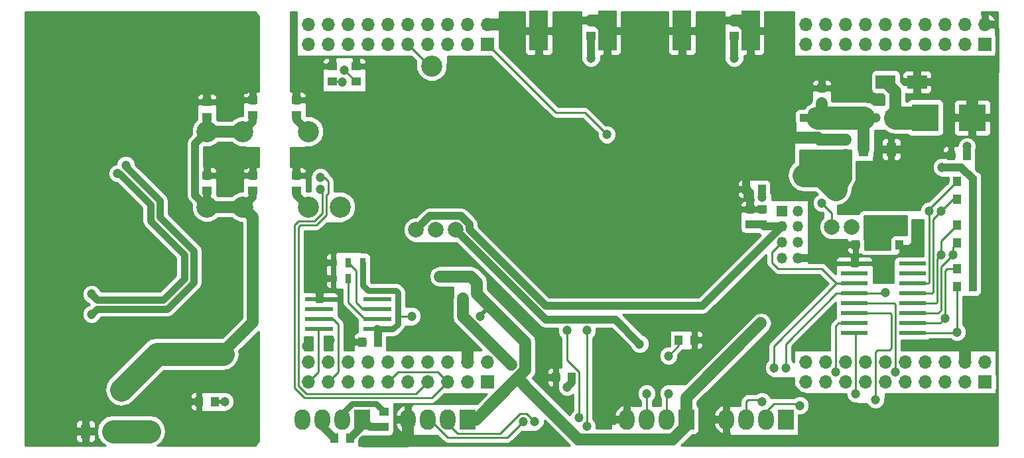
<source format=gbr>
G04 #@! TF.FileFunction,Copper,L2,Bot,Mixed*
%FSLAX46Y46*%
G04 Gerber Fmt 4.6, Leading zero omitted, Abs format (unit mm)*
G04 Created by KiCad (PCBNEW 4.0.7) date 10/29/17 22:26:03*
%MOMM*%
%LPD*%
G01*
G04 APERTURE LIST*
%ADD10C,0.100000*%
%ADD11C,3.300000*%
%ADD12R,1.300000X1.700000*%
%ADD13C,3.000000*%
%ADD14R,1.350000X1.350000*%
%ADD15O,1.350000X1.350000*%
%ADD16R,3.500000X3.500000*%
%ADD17R,1.000000X1.250000*%
%ADD18R,1.250000X1.000000*%
%ADD19R,2.420000X5.080000*%
%ADD20C,1.200000*%
%ADD21R,0.460000X0.890000*%
%ADD22R,2.000000X2.600000*%
%ADD23O,2.000000X2.600000*%
%ADD24R,2.500000X1.800000*%
%ADD25R,3.550000X0.600000*%
%ADD26R,3.500000X0.600000*%
%ADD27R,4.600000X1.100000*%
%ADD28R,10.410000X10.800000*%
%ADD29R,22.000000X4.000000*%
%ADD30C,2.000000*%
%ADD31R,1.700000X1.700000*%
%ADD32O,1.700000X1.700000*%
%ADD33R,0.700000X1.300000*%
%ADD34C,2.700000*%
%ADD35C,1.000000*%
%ADD36C,0.500000*%
%ADD37C,1.500000*%
%ADD38C,0.250000*%
%ADD39C,0.750000*%
%ADD40C,3.000000*%
%ADD41C,0.900000*%
G04 APERTURE END LIST*
D10*
D11*
X89418000Y-101854000D03*
X89418000Y-114554000D03*
D12*
X98270000Y-124460000D03*
X94770000Y-124460000D03*
D13*
X161930000Y-99660000D03*
D14*
X183642000Y-96266000D03*
D15*
X185642000Y-96266000D03*
X183642000Y-98266000D03*
X185642000Y-98266000D03*
X183642000Y-100266000D03*
X185642000Y-100266000D03*
X183642000Y-102266000D03*
X185642000Y-102266000D03*
D16*
X201930000Y-84328000D03*
X207930000Y-84328000D03*
X204930000Y-79628000D03*
D17*
X132064000Y-113030000D03*
X130064000Y-113030000D03*
D18*
X188722000Y-82534000D03*
X188722000Y-80534000D03*
X191770000Y-89138000D03*
X191770000Y-87138000D03*
X179578000Y-98028000D03*
X179578000Y-96028000D03*
X181102000Y-98028000D03*
X181102000Y-96028000D03*
D17*
X196612000Y-100584000D03*
X198612000Y-100584000D03*
X195056000Y-100584000D03*
X193056000Y-100584000D03*
D18*
X121666000Y-93710000D03*
X121666000Y-91710000D03*
X121666000Y-84058000D03*
X121666000Y-82058000D03*
X116078000Y-93710000D03*
X116078000Y-91710000D03*
X116078000Y-84058000D03*
X116078000Y-82058000D03*
X110236000Y-93710000D03*
X110236000Y-91710000D03*
X110236000Y-84312000D03*
X110236000Y-82312000D03*
D17*
X128508000Y-125323600D03*
X126508000Y-125323600D03*
D18*
X132842000Y-123936000D03*
X132842000Y-121936000D03*
X126238000Y-79740000D03*
X126238000Y-77740000D03*
X129286000Y-79740000D03*
X129286000Y-77740000D03*
D17*
X208010000Y-105918000D03*
X206010000Y-105918000D03*
X208010000Y-103632000D03*
X206010000Y-103632000D03*
X208010000Y-100330000D03*
X206010000Y-100330000D03*
X208010000Y-98044000D03*
X206010000Y-98044000D03*
X208010000Y-94742000D03*
X206010000Y-94742000D03*
X208010000Y-92456000D03*
X206010000Y-92456000D03*
X207248000Y-89154000D03*
X205248000Y-89154000D03*
X156765500Y-117538500D03*
X154765500Y-117538500D03*
X181086000Y-93472000D03*
X179086000Y-93472000D03*
X170450000Y-112776000D03*
X172450000Y-112776000D03*
D18*
X177546000Y-73898000D03*
X177546000Y-71898000D03*
X159258000Y-73898000D03*
X159258000Y-71898000D03*
D17*
X111236000Y-120650000D03*
X109236000Y-120650000D03*
D19*
X179640000Y-73210000D03*
X170880000Y-73210000D03*
D20*
X179640000Y-76650000D03*
X170880000Y-76650000D03*
D21*
X179640000Y-76200000D03*
X170880000Y-76200000D03*
D19*
X161352000Y-73210000D03*
X152592000Y-73210000D03*
D20*
X161352000Y-76650000D03*
X152592000Y-76650000D03*
D21*
X161352000Y-76200000D03*
X152592000Y-76200000D03*
D22*
X184150000Y-122936000D03*
D23*
X181610000Y-122936000D03*
X179070000Y-122936000D03*
X176530000Y-122936000D03*
D22*
X171450000Y-122936000D03*
D23*
X168910000Y-122936000D03*
X166370000Y-122936000D03*
X163830000Y-122936000D03*
D22*
X143510000Y-122936000D03*
D23*
X140970000Y-122936000D03*
X138430000Y-122936000D03*
X135890000Y-122936000D03*
D22*
X130048000Y-122936000D03*
D23*
X127508000Y-122936000D03*
X124968000Y-122936000D03*
X122428000Y-122936000D03*
D24*
X196882000Y-79756000D03*
X200882000Y-79756000D03*
D12*
X194084000Y-88392000D03*
X197584000Y-88392000D03*
D24*
X194088000Y-84328000D03*
X198088000Y-84328000D03*
D25*
X124570000Y-111379000D03*
X124570000Y-110109000D03*
X124570000Y-108839000D03*
X124570000Y-107569000D03*
X131970000Y-107569000D03*
X131970000Y-108839000D03*
X131970000Y-110109000D03*
X131970000Y-111379000D03*
D26*
X192896000Y-111887000D03*
X192896000Y-110617000D03*
X192896000Y-109347000D03*
X192896000Y-108077000D03*
X192896000Y-106807000D03*
X192896000Y-105537000D03*
X192896000Y-104267000D03*
X192896000Y-102997000D03*
X200296000Y-102997000D03*
X200296000Y-104267000D03*
X200296000Y-105537000D03*
X200296000Y-106807000D03*
X200296000Y-108077000D03*
X200296000Y-109347000D03*
X200296000Y-110617000D03*
X200296000Y-111887000D03*
D27*
X188220000Y-84328000D03*
X188220000Y-86868000D03*
X188220000Y-89408000D03*
D28*
X179070000Y-86868000D03*
D29*
X199898000Y-123952000D03*
D13*
X207898000Y-123952000D03*
X191898000Y-123952000D03*
D30*
X189992000Y-98298000D03*
X192532000Y-98298000D03*
X195072000Y-98298000D03*
X141986000Y-98679000D03*
X139446000Y-98679000D03*
X136906000Y-98679000D03*
D31*
X209550000Y-74930000D03*
D32*
X209550000Y-72390000D03*
X207010000Y-74930000D03*
X207010000Y-72390000D03*
X204470000Y-74930000D03*
X204470000Y-72390000D03*
X201930000Y-74930000D03*
X201930000Y-72390000D03*
X199390000Y-74930000D03*
X199390000Y-72390000D03*
X196850000Y-74930000D03*
X196850000Y-72390000D03*
X194310000Y-74930000D03*
X194310000Y-72390000D03*
X191770000Y-74930000D03*
X191770000Y-72390000D03*
X189230000Y-74930000D03*
X189230000Y-72390000D03*
X186690000Y-74930000D03*
X186690000Y-72390000D03*
D31*
X209550000Y-118110000D03*
D32*
X209550000Y-115570000D03*
X207010000Y-118110000D03*
X207010000Y-115570000D03*
X204470000Y-118110000D03*
X204470000Y-115570000D03*
X201930000Y-118110000D03*
X201930000Y-115570000D03*
X199390000Y-118110000D03*
X199390000Y-115570000D03*
X196850000Y-118110000D03*
X196850000Y-115570000D03*
X194310000Y-118110000D03*
X194310000Y-115570000D03*
X191770000Y-118110000D03*
X191770000Y-115570000D03*
X189230000Y-118110000D03*
X189230000Y-115570000D03*
X186690000Y-118110000D03*
X186690000Y-115570000D03*
D31*
X146050000Y-118110000D03*
D32*
X146050000Y-115570000D03*
X143510000Y-118110000D03*
X143510000Y-115570000D03*
X140970000Y-118110000D03*
X140970000Y-115570000D03*
X138430000Y-118110000D03*
X138430000Y-115570000D03*
X135890000Y-118110000D03*
X135890000Y-115570000D03*
X133350000Y-118110000D03*
X133350000Y-115570000D03*
X130810000Y-118110000D03*
X130810000Y-115570000D03*
X128270000Y-118110000D03*
X128270000Y-115570000D03*
X125730000Y-118110000D03*
X125730000Y-115570000D03*
X123190000Y-118110000D03*
X123190000Y-115570000D03*
D31*
X146050000Y-74930000D03*
D32*
X146050000Y-72390000D03*
X143510000Y-74930000D03*
X143510000Y-72390000D03*
X140970000Y-74930000D03*
X140970000Y-72390000D03*
X138430000Y-74930000D03*
X138430000Y-72390000D03*
X135890000Y-74930000D03*
X135890000Y-72390000D03*
X133350000Y-74930000D03*
X133350000Y-72390000D03*
X130810000Y-74930000D03*
X130810000Y-72390000D03*
X128270000Y-74930000D03*
X128270000Y-72390000D03*
X125730000Y-74930000D03*
X125730000Y-72390000D03*
X123190000Y-74930000D03*
X123190000Y-72390000D03*
D33*
X126370000Y-104902000D03*
X128270000Y-104902000D03*
X130170000Y-104902000D03*
X126370000Y-102870000D03*
X128270000Y-102870000D03*
X130170000Y-102870000D03*
D20*
X145161000Y-109728000D03*
X136398000Y-109728000D03*
X139952253Y-104646253D03*
X150812500Y-118618000D03*
X180975000Y-110617000D03*
D34*
X127254000Y-95758000D03*
X123190000Y-95758000D03*
X123190000Y-86106000D03*
D20*
X146812000Y-92202000D03*
X143129000Y-93789500D03*
X127063500Y-85661500D03*
X142811500Y-87884000D03*
X178498500Y-100774500D03*
X146812000Y-98171000D03*
X146812000Y-86804500D03*
X131953000Y-77724000D03*
X131191000Y-82296000D03*
X128905000Y-110299500D03*
X148082000Y-80835500D03*
X139065000Y-111506000D03*
X129984500Y-95758000D03*
X188468000Y-110934500D03*
X185928000Y-105791000D03*
X178816000Y-106299000D03*
X182118000Y-88392000D03*
X191643000Y-78105000D03*
D34*
X123190000Y-80010000D03*
X123190000Y-89662000D03*
D20*
X130302000Y-125730000D03*
X122936000Y-113538000D03*
X125984000Y-112776000D03*
D34*
X125984000Y-100076000D03*
D20*
X196342000Y-94234000D03*
X179578000Y-94742000D03*
X195707000Y-84328000D03*
D34*
X190500000Y-93472000D03*
X186436000Y-91694000D03*
D20*
X149034500Y-115887500D03*
X142938500Y-107505500D03*
X204089000Y-90678000D03*
D34*
X197104000Y-98298000D03*
D20*
X188722000Y-95250000D03*
X165481000Y-113284000D03*
D34*
X99314000Y-119126000D03*
X110236000Y-86106000D03*
X110236000Y-95758000D03*
X114808000Y-95758000D03*
X114808000Y-86106000D03*
X114808000Y-80010000D03*
X110236000Y-80010000D03*
D20*
X100330000Y-113665000D03*
X111252000Y-110744000D03*
X114046000Y-101092000D03*
X114046000Y-103632000D03*
X114046000Y-105410000D03*
X114300000Y-73660000D03*
X106680000Y-76200000D03*
X106426000Y-83058000D03*
X106426000Y-80010000D03*
X114300000Y-76200000D03*
X101600000Y-73660000D03*
X112014000Y-98044000D03*
X114046000Y-98552000D03*
X88138000Y-96520000D03*
X88138000Y-81534000D03*
X93980000Y-73660000D03*
X88138000Y-90424000D03*
X93980000Y-112522000D03*
X90805000Y-107315000D03*
X93980000Y-117475000D03*
X94996000Y-81534000D03*
X95504000Y-90932000D03*
X97790000Y-115316000D03*
X100838000Y-96774000D03*
X101092000Y-102362000D03*
X90170000Y-121920000D03*
X101600000Y-76200000D03*
X110490000Y-88900000D03*
D34*
X114808000Y-89662000D03*
D20*
X127508000Y-79756000D03*
X127762000Y-78232000D03*
X205994000Y-111760000D03*
X204470000Y-109982000D03*
X205486000Y-101854000D03*
X203962000Y-101854000D03*
X203962000Y-96266000D03*
X202438000Y-96266000D03*
X207264000Y-88011000D03*
X156210000Y-118808500D03*
X181102000Y-94488000D03*
X169164000Y-114808000D03*
D34*
X102870000Y-124460000D03*
D20*
X112522000Y-120650000D03*
X193040000Y-119634000D03*
X169164000Y-119634000D03*
X124714000Y-91948000D03*
X190500000Y-116840000D03*
X166370000Y-119634000D03*
X124714000Y-93472000D03*
X152082500Y-123190000D03*
X184150000Y-116332000D03*
X196850000Y-106680000D03*
X150622000Y-123190000D03*
X182626000Y-116332000D03*
X157734000Y-122745500D03*
X156210000Y-111569500D03*
X195580000Y-120396000D03*
X185928000Y-121158000D03*
X158750000Y-123825000D03*
X158750000Y-111569500D03*
X181102000Y-120650000D03*
X198120000Y-116840000D03*
D34*
X138938000Y-77724000D03*
D20*
X161290000Y-86487000D03*
X177546000Y-76708000D03*
X159258000Y-76708000D03*
X99880259Y-90422959D03*
X95504000Y-109474000D03*
X98833741Y-91469477D03*
X95504000Y-106919000D03*
D35*
X130048000Y-122936000D02*
X130048000Y-123783600D01*
X130048000Y-123783600D02*
X128508000Y-125323600D01*
D36*
X145161000Y-109728000D02*
X145161000Y-109664500D01*
X145161000Y-109664500D02*
X146335750Y-108489750D01*
D37*
X150876000Y-115379500D02*
X150876000Y-113030000D01*
X150876000Y-113030000D02*
X146335750Y-108489750D01*
X146335750Y-108489750D02*
X144716500Y-106870500D01*
D38*
X134620000Y-109791500D02*
X134683500Y-109728000D01*
X134683500Y-109728000D02*
X136398000Y-109728000D01*
D37*
X139952253Y-104646253D02*
X142238253Y-104646253D01*
X142238253Y-104646253D02*
X142240000Y-104648000D01*
X142240000Y-104648000D02*
X143954500Y-104648000D01*
X143954500Y-104648000D02*
X144716500Y-105410000D01*
X144716500Y-105410000D02*
X144716500Y-106870500D01*
X161036000Y-125476000D02*
X157670500Y-125476000D01*
X157670500Y-125476000D02*
X153098500Y-120904000D01*
X153098500Y-120904000D02*
X150812500Y-118618000D01*
X150812500Y-118618000D02*
X150812500Y-118554500D01*
X150812500Y-118554500D02*
X149891750Y-117633750D01*
X143510000Y-122936000D02*
X144589500Y-122936000D01*
X144589500Y-122936000D02*
X149891750Y-117633750D01*
X149891750Y-117633750D02*
X150876000Y-116649500D01*
X150876000Y-116649500D02*
X150876000Y-115379500D01*
X150876000Y-115379500D02*
X150876000Y-115252500D01*
D39*
X130170000Y-104902000D02*
X130170000Y-105786000D01*
X130170000Y-105786000D02*
X130810000Y-106426000D01*
X130810000Y-106426000D02*
X134366000Y-106426000D01*
X134366000Y-106426000D02*
X134620000Y-106680000D01*
X134620000Y-106680000D02*
X134620000Y-109791500D01*
X134620000Y-109791500D02*
X134620000Y-110744000D01*
X131970000Y-111379000D02*
X133985000Y-111379000D01*
X133985000Y-111379000D02*
X134620000Y-110744000D01*
X130170000Y-104902000D02*
X130170000Y-102870000D01*
D37*
X171450000Y-122936000D02*
X171450000Y-120142000D01*
X171450000Y-120142000D02*
X180975000Y-110617000D01*
D35*
X132064000Y-113030000D02*
X132064000Y-111473000D01*
X132064000Y-111473000D02*
X131970000Y-111379000D01*
D37*
X169672000Y-125476000D02*
X161036000Y-125476000D01*
X171450000Y-123698000D02*
X169672000Y-125476000D01*
X171450000Y-122936000D02*
X171450000Y-123698000D01*
D35*
X132842000Y-123936000D02*
X131048000Y-123936000D01*
X131048000Y-123936000D02*
X130048000Y-122936000D01*
X121666000Y-93710000D02*
X121666000Y-94234000D01*
X121666000Y-94234000D02*
X123190000Y-95758000D01*
X121666000Y-84582000D02*
X121666000Y-84058000D01*
X123190000Y-86106000D02*
X121666000Y-84582000D01*
D38*
X146812000Y-98171000D02*
X146812000Y-97472500D01*
X146812000Y-97472500D02*
X143129000Y-93789500D01*
X129984500Y-84645500D02*
X128079500Y-84645500D01*
X128079500Y-84645500D02*
X127063500Y-85661500D01*
X146812000Y-86804500D02*
X143891000Y-86804500D01*
X143891000Y-86804500D02*
X142811500Y-87884000D01*
X179578000Y-94742000D02*
X176911000Y-94742000D01*
X176911000Y-94742000D02*
X176530000Y-95123000D01*
X176530000Y-95123000D02*
X176530000Y-98806000D01*
X176530000Y-98806000D02*
X178498500Y-100774500D01*
X146812000Y-86804500D02*
X146812000Y-92202000D01*
X146812000Y-92202000D02*
X146812000Y-98171000D01*
X146494500Y-86360000D02*
X146812000Y-86677500D01*
X146812000Y-86677500D02*
X146812000Y-86804500D01*
X131191000Y-82296000D02*
X131191000Y-78486000D01*
X131191000Y-78486000D02*
X131953000Y-77724000D01*
X129984500Y-95758000D02*
X129984500Y-84645500D01*
X129984500Y-84645500D02*
X129984500Y-83502500D01*
X129984500Y-83502500D02*
X131191000Y-82296000D01*
X124570000Y-107569000D02*
X126936500Y-107569000D01*
X126936500Y-107569000D02*
X127254000Y-107886500D01*
X127254000Y-107886500D02*
X127254000Y-108648500D01*
X127254000Y-108648500D02*
X128905000Y-110299500D01*
X129984500Y-95758000D02*
X135255000Y-95758000D01*
X135255000Y-95758000D02*
X137223500Y-95758000D01*
X137223500Y-95758000D02*
X146494500Y-86360000D01*
X146494500Y-86360000D02*
X148082000Y-84899500D01*
X148082000Y-84899500D02*
X148082000Y-80835500D01*
X143510000Y-115570000D02*
X143510000Y-114173000D01*
X143510000Y-114173000D02*
X140843000Y-111506000D01*
X140843000Y-111506000D02*
X139065000Y-111506000D01*
X125984000Y-100076000D02*
X129984500Y-96075500D01*
X129984500Y-96075500D02*
X129984500Y-95758000D01*
D35*
X185642000Y-102266000D02*
X188118000Y-102266000D01*
X188118000Y-102266000D02*
X188214000Y-102362000D01*
D38*
X185928000Y-105791000D02*
X185420000Y-106299000D01*
X185420000Y-106299000D02*
X178816000Y-106299000D01*
X180594000Y-86868000D02*
X179070000Y-86868000D01*
X188722000Y-80534000D02*
X190611000Y-80534000D01*
X190611000Y-80534000D02*
X191643000Y-79502000D01*
X191643000Y-79502000D02*
X191643000Y-78105000D01*
D35*
X177546000Y-71898000D02*
X175657000Y-71898000D01*
X175657000Y-71898000D02*
X175641000Y-71882000D01*
X159258000Y-71898000D02*
X157369000Y-71898000D01*
X157369000Y-71898000D02*
X157353000Y-71882000D01*
X121666000Y-82058000D02*
X121666000Y-80264000D01*
X121920000Y-80010000D02*
X123190000Y-80010000D01*
X121666000Y-80264000D02*
X121920000Y-80010000D01*
X121666000Y-91710000D02*
X121666000Y-90043000D01*
X122047000Y-89662000D02*
X123190000Y-89662000D01*
X121666000Y-90043000D02*
X122047000Y-89662000D01*
D37*
X135890000Y-122936000D02*
X135890000Y-125603000D01*
X134366000Y-125730000D02*
X130302000Y-125730000D01*
X135763000Y-125730000D02*
X134366000Y-125730000D01*
X135890000Y-125603000D02*
X135763000Y-125730000D01*
X146050000Y-72390000D02*
X148463000Y-72390000D01*
X207010000Y-115570000D02*
X207010000Y-113538000D01*
X143510000Y-115570000D02*
X143510000Y-113284000D01*
D36*
X204930000Y-79628000D02*
X210059000Y-79628000D01*
X210566000Y-72390000D02*
X209550000Y-72390000D01*
X211201000Y-73025000D02*
X210566000Y-72390000D01*
X211201000Y-78486000D02*
X211201000Y-73025000D01*
X210059000Y-79628000D02*
X211201000Y-78486000D01*
D38*
X161352000Y-76650000D02*
X161352000Y-73210000D01*
X152592000Y-76650000D02*
X152592000Y-73210000D01*
X179640000Y-76650000D02*
X179640000Y-73210000D01*
X170880000Y-76650000D02*
X170880000Y-73210000D01*
X192896000Y-102997000D02*
X196723000Y-102997000D01*
X199390000Y-101600000D02*
X198612000Y-100822000D01*
X198755000Y-101600000D02*
X199390000Y-101600000D01*
X198120000Y-102235000D02*
X198755000Y-101600000D01*
X197485000Y-102235000D02*
X198120000Y-102235000D01*
X196723000Y-102997000D02*
X197485000Y-102235000D01*
X198612000Y-100822000D02*
X198612000Y-100584000D01*
X202184000Y-123952000D02*
X199898000Y-123952000D01*
X205232000Y-123952000D02*
X199898000Y-123952000D01*
X197584000Y-88392000D02*
X197584000Y-92992000D01*
X197584000Y-92992000D02*
X196342000Y-94234000D01*
X199898000Y-123952000D02*
X191770000Y-123952000D01*
D35*
X179578000Y-94742000D02*
X179578000Y-96028000D01*
D38*
X192896000Y-102997000D02*
X193056000Y-102837000D01*
X193056000Y-102837000D02*
X193056000Y-100584000D01*
D35*
X179578000Y-94742000D02*
X179578000Y-93964000D01*
X179578000Y-93964000D02*
X179086000Y-93472000D01*
D39*
X181102000Y-96028000D02*
X179578000Y-96028000D01*
D35*
X179086000Y-93472000D02*
X179070000Y-93456000D01*
X179070000Y-93456000D02*
X179070000Y-86868000D01*
D38*
X176530000Y-122936000D02*
X176530000Y-124714000D01*
X177292000Y-125476000D02*
X198374000Y-125476000D01*
X176530000Y-124714000D02*
X177292000Y-125476000D01*
X198374000Y-125476000D02*
X199898000Y-123952000D01*
D37*
X159258000Y-71898000D02*
X160040000Y-71898000D01*
X160040000Y-71898000D02*
X161352000Y-73210000D01*
X177546000Y-71898000D02*
X178328000Y-71898000D01*
X178328000Y-71898000D02*
X179640000Y-73210000D01*
X135890000Y-122936000D02*
X135890000Y-124206000D01*
D38*
X204930000Y-79550000D02*
X204930000Y-79628000D01*
X204930000Y-78534000D02*
X204930000Y-79628000D01*
X197584000Y-88392000D02*
X197584000Y-90396000D01*
X202676000Y-90440000D02*
X202676000Y-87884000D01*
X201930000Y-91186000D02*
X202676000Y-90440000D01*
X198374000Y-91186000D02*
X201930000Y-91186000D01*
X197584000Y-90396000D02*
X198374000Y-91186000D01*
D37*
X207930000Y-81993000D02*
X207930000Y-83693000D01*
X188220000Y-86868000D02*
X188490000Y-87138000D01*
X188490000Y-87138000D02*
X191770000Y-87138000D01*
X179070000Y-86868000D02*
X188220000Y-86868000D01*
D35*
X194088000Y-84328000D02*
X195707000Y-84328000D01*
D37*
X188722000Y-82534000D02*
X188722000Y-83826000D01*
X188722000Y-83826000D02*
X188220000Y-84328000D01*
D36*
X194088000Y-84328000D02*
X194056000Y-84296000D01*
D35*
X190246000Y-84328000D02*
X188220000Y-84328000D01*
D37*
X194084000Y-88392000D02*
X194088000Y-88388000D01*
X194088000Y-88388000D02*
X194088000Y-84328000D01*
D40*
X194088000Y-84328000D02*
X188220000Y-84328000D01*
D37*
X187706000Y-83814000D02*
X188220000Y-84328000D01*
D40*
X188722000Y-91694000D02*
X190500000Y-93472000D01*
X188722000Y-91694000D02*
X186436000Y-91694000D01*
D37*
X188220000Y-89408000D02*
X186436000Y-91192000D01*
X186436000Y-91192000D02*
X186436000Y-91694000D01*
X191770000Y-89138000D02*
X191500000Y-89408000D01*
X191500000Y-89408000D02*
X188220000Y-89408000D01*
X142938500Y-107505500D02*
X142938500Y-109791500D01*
X142938500Y-109791500D02*
X149098000Y-115951000D01*
X149098000Y-115951000D02*
X149034500Y-115887500D01*
D35*
X206502000Y-90678000D02*
X204089000Y-90678000D01*
X208010000Y-92186000D02*
X206502000Y-90678000D01*
D37*
X195056000Y-100584000D02*
X196612000Y-100584000D01*
X195056000Y-100584000D02*
X195056000Y-98314000D01*
X195056000Y-98314000D02*
X195072000Y-98298000D01*
D35*
X208010000Y-105918000D02*
X208010000Y-103632000D01*
X208010000Y-103632000D02*
X208010000Y-100330000D01*
X208010000Y-100330000D02*
X208010000Y-98044000D01*
X208010000Y-98044000D02*
X208010000Y-94742000D01*
X208010000Y-94742000D02*
X208010000Y-92456000D01*
X208010000Y-92456000D02*
X208010000Y-92186000D01*
X183642000Y-98266000D02*
X183610500Y-98266000D01*
X183610500Y-98266000D02*
X173482000Y-108394500D01*
X173482000Y-108394500D02*
X153479500Y-108394500D01*
X153479500Y-108394500D02*
X143764000Y-98679000D01*
X143764000Y-98679000D02*
X143764000Y-97980500D01*
X143764000Y-97980500D02*
X142684500Y-96901000D01*
X142684500Y-96901000D02*
X138684000Y-96901000D01*
X138684000Y-96901000D02*
X136906000Y-98679000D01*
X183642000Y-98266000D02*
X181340000Y-98266000D01*
X181340000Y-98266000D02*
X181102000Y-98028000D01*
X181102000Y-98028000D02*
X179578000Y-98028000D01*
D38*
X189992000Y-98298000D02*
X189992000Y-96520000D01*
X189992000Y-96520000D02*
X188722000Y-95250000D01*
D35*
X153479500Y-110172500D02*
X162369500Y-110172500D01*
X162369500Y-110172500D02*
X165481000Y-113284000D01*
X141986000Y-98679000D02*
X153479500Y-110172500D01*
D37*
X110236000Y-95758000D02*
X114808000Y-95758000D01*
X110236000Y-86106000D02*
X114808000Y-86106000D01*
D35*
X110236000Y-86106000D02*
X108712000Y-87630000D01*
X108712000Y-94234000D02*
X110236000Y-95758000D01*
X108712000Y-87630000D02*
X108712000Y-94234000D01*
D37*
X112014000Y-114554000D02*
X116078000Y-110490000D01*
X116078000Y-107950000D02*
X116078000Y-110490000D01*
X116078000Y-97028000D02*
X114808000Y-95758000D01*
X116078000Y-97028000D02*
X116078000Y-107950000D01*
D40*
X112268000Y-114554000D02*
X112014000Y-114554000D01*
X112014000Y-114554000D02*
X103886000Y-114554000D01*
X99314000Y-119126000D02*
X103886000Y-114554000D01*
D35*
X110236000Y-86106000D02*
X110236000Y-84312000D01*
X110236000Y-95758000D02*
X110236000Y-93710000D01*
X116078000Y-93710000D02*
X116078000Y-94488000D01*
X116078000Y-94488000D02*
X114808000Y-95758000D01*
X116078000Y-84836000D02*
X114808000Y-86106000D01*
X116078000Y-84058000D02*
X116078000Y-84836000D01*
D39*
X116078000Y-82058000D02*
X116078000Y-80518000D01*
X115570000Y-80010000D02*
X114808000Y-80010000D01*
X116078000Y-80518000D02*
X115570000Y-80010000D01*
X116078000Y-91710000D02*
X116078000Y-90297000D01*
X115443000Y-89662000D02*
X114808000Y-89662000D01*
X116078000Y-90297000D02*
X115443000Y-89662000D01*
D35*
X110236000Y-80010000D02*
X110236000Y-82312000D01*
D38*
X100330000Y-113665000D02*
X103251000Y-110744000D01*
X103251000Y-110744000D02*
X111252000Y-110744000D01*
X112014000Y-98044000D02*
X109474000Y-98044000D01*
X107442000Y-96012000D02*
X107442000Y-85852000D01*
X107442000Y-85852000D02*
X106426000Y-84836000D01*
X114300000Y-76200000D02*
X106680000Y-76200000D01*
X106680000Y-79756000D02*
X106680000Y-76200000D01*
X106426000Y-80010000D02*
X106426000Y-83058000D01*
X106426000Y-83058000D02*
X106426000Y-84836000D01*
X106426000Y-80010000D02*
X106680000Y-79756000D01*
X114300000Y-76200000D02*
X114300000Y-73660000D01*
X101600000Y-73660000D02*
X114300000Y-73660000D01*
X112522000Y-98552000D02*
X112014000Y-98044000D01*
X112522000Y-98552000D02*
X114046000Y-98552000D01*
X109474000Y-98044000D02*
X107442000Y-96012000D01*
X88138000Y-96520000D02*
X93726000Y-96520000D01*
X88138000Y-90424000D02*
X88138000Y-81534000D01*
X93980000Y-75692000D02*
X88138000Y-81534000D01*
X93980000Y-73660000D02*
X93980000Y-75692000D01*
X88138000Y-96520000D02*
X88138000Y-90424000D01*
X93726000Y-96520000D02*
X96012000Y-98806000D01*
X93980000Y-112522000D02*
X93980000Y-117475000D01*
X93980000Y-110490000D02*
X93980000Y-112522000D01*
X96012000Y-98806000D02*
X96012000Y-102108000D01*
X96012000Y-102108000D02*
X90805000Y-107315000D01*
X90805000Y-107315000D02*
X93980000Y-110490000D01*
X94996000Y-81534000D02*
X94996000Y-90424000D01*
X93980000Y-80518000D02*
X94996000Y-81534000D01*
X101600000Y-73660000D02*
X93980000Y-73660000D01*
X93980000Y-73660000D02*
X93980000Y-80518000D01*
X94996000Y-90424000D02*
X95504000Y-90932000D01*
X93980000Y-117475000D02*
X97790000Y-113665000D01*
X97790000Y-113665000D02*
X100330000Y-113665000D01*
X98679000Y-115316000D02*
X97790000Y-115316000D01*
X100330000Y-113665000D02*
X98679000Y-115316000D01*
X96012000Y-98806000D02*
X98044000Y-96774000D01*
X98044000Y-96774000D02*
X100838000Y-96774000D01*
X99568000Y-102362000D02*
X101092000Y-102362000D01*
X96012000Y-98806000D02*
X99568000Y-102362000D01*
X93980000Y-117475000D02*
X90170000Y-121285000D01*
X90170000Y-121285000D02*
X90170000Y-121920000D01*
X101600000Y-73660000D02*
X101600000Y-76200000D01*
X109236000Y-120650000D02*
X109220000Y-120634000D01*
X114808000Y-89662000D02*
X114046000Y-88900000D01*
X114046000Y-88900000D02*
X110490000Y-88900000D01*
X127508000Y-79756000D02*
X127492000Y-79740000D01*
X127492000Y-79740000D02*
X126238000Y-79740000D01*
X129286000Y-79740000D02*
X129270000Y-79740000D01*
X129270000Y-79740000D02*
X127762000Y-78232000D01*
X205994000Y-111760000D02*
X205994000Y-105934000D01*
X205994000Y-105934000D02*
X206010000Y-105918000D01*
X205867000Y-111887000D02*
X200296000Y-111887000D01*
X205994000Y-111760000D02*
X205867000Y-111887000D01*
X204470000Y-109982000D02*
X204470000Y-103886000D01*
X204724000Y-103632000D02*
X206010000Y-103632000D01*
X204470000Y-103886000D02*
X204724000Y-103632000D01*
X203835000Y-110617000D02*
X200296000Y-110617000D01*
X204470000Y-109982000D02*
X203835000Y-110617000D01*
X205486000Y-101854000D02*
X205486000Y-100854000D01*
X205486000Y-100854000D02*
X206010000Y-100330000D01*
X200296000Y-109347000D02*
X203581000Y-109347000D01*
X203962000Y-103378000D02*
X205486000Y-101854000D01*
X203962000Y-108966000D02*
X203962000Y-103378000D01*
X203581000Y-109347000D02*
X203962000Y-108966000D01*
X203962000Y-101854000D02*
X203962000Y-100092000D01*
X203962000Y-100092000D02*
X206010000Y-98044000D01*
X200296000Y-108077000D02*
X203327000Y-108077000D01*
X203454000Y-102362000D02*
X203962000Y-101854000D01*
X203454000Y-107950000D02*
X203454000Y-102362000D01*
X203327000Y-108077000D02*
X203454000Y-107950000D01*
X203962000Y-96266000D02*
X205486000Y-94742000D01*
X205486000Y-94742000D02*
X206010000Y-94742000D01*
X200296000Y-106807000D02*
X202819000Y-106807000D01*
X202946000Y-97282000D02*
X203962000Y-96266000D01*
X202946000Y-106680000D02*
X202946000Y-97282000D01*
X202819000Y-106807000D02*
X202946000Y-106680000D01*
X202438000Y-97282000D02*
X202438000Y-96028000D01*
X202438000Y-96028000D02*
X206010000Y-92456000D01*
X200296000Y-105537000D02*
X202311000Y-105537000D01*
X202438000Y-105410000D02*
X202438000Y-97282000D01*
X202438000Y-97282000D02*
X202438000Y-96266000D01*
X202311000Y-105537000D02*
X202438000Y-105410000D01*
D37*
X198088000Y-84328000D02*
X198088000Y-80962000D01*
X198088000Y-80962000D02*
X196882000Y-79756000D01*
D40*
X198088000Y-84328000D02*
X201930000Y-84328000D01*
D35*
X207264000Y-88011000D02*
X207248000Y-88027000D01*
X207248000Y-88027000D02*
X207248000Y-89154000D01*
X156210000Y-118808500D02*
X156765500Y-118253000D01*
X156765500Y-118253000D02*
X156765500Y-117538500D01*
X181102000Y-94488000D02*
X181102000Y-93488000D01*
X181102000Y-93488000D02*
X181086000Y-93472000D01*
D38*
X169164000Y-114808000D02*
X170450000Y-113522000D01*
X170450000Y-113522000D02*
X170450000Y-112776000D01*
D40*
X98270000Y-124460000D02*
X102870000Y-124460000D01*
D36*
X111236000Y-120650000D02*
X112522000Y-120650000D01*
D38*
X125730000Y-118110000D02*
X127000000Y-116840000D01*
X126365000Y-110109000D02*
X124570000Y-110109000D01*
X127000000Y-110744000D02*
X126365000Y-110109000D01*
X127000000Y-116840000D02*
X127000000Y-110744000D01*
D39*
X132842000Y-121936000D02*
X131810000Y-120904000D01*
X128778000Y-120904000D02*
X127508000Y-122174000D01*
X131810000Y-120904000D02*
X128778000Y-120904000D01*
X127508000Y-122174000D02*
X127508000Y-122936000D01*
D35*
X124968000Y-122936000D02*
X124968000Y-123783600D01*
X124968000Y-123783600D02*
X126508000Y-125323600D01*
D38*
X123190000Y-118110000D02*
X124460000Y-116840000D01*
X124460000Y-116840000D02*
X124460000Y-111489000D01*
X124460000Y-111489000D02*
X124570000Y-111379000D01*
X168910000Y-122936000D02*
X168910000Y-119888000D01*
X193040000Y-119634000D02*
X193040000Y-112031000D01*
X168910000Y-119888000D02*
X169164000Y-119634000D01*
X193040000Y-112031000D02*
X192896000Y-111887000D01*
X128778000Y-119634000D02*
X122928002Y-119634000D01*
X136906000Y-119634000D02*
X128778000Y-119634000D01*
X138430000Y-118110000D02*
X136906000Y-119634000D01*
X125222000Y-91948000D02*
X124714000Y-91948000D01*
X125730000Y-92456000D02*
X125222000Y-91948000D01*
X125730000Y-93980000D02*
X125730000Y-92456000D01*
X125476000Y-94234000D02*
X125730000Y-93980000D01*
X125476000Y-96774000D02*
X125476000Y-94234000D01*
X124206000Y-98044000D02*
X125476000Y-96774000D01*
X122174000Y-98044000D02*
X124206000Y-98044000D01*
X121920000Y-98298000D02*
X122174000Y-98044000D01*
X121920000Y-118625998D02*
X121920000Y-98298000D01*
X122928002Y-119634000D02*
X121920000Y-118625998D01*
X133350000Y-118110000D02*
X134620000Y-116840000D01*
X139700000Y-116840000D02*
X140970000Y-118110000D01*
X134620000Y-116840000D02*
X139700000Y-116840000D01*
X166370000Y-122936000D02*
X166370000Y-119634000D01*
X190881000Y-110617000D02*
X192896000Y-110617000D01*
X190500000Y-110998000D02*
X190881000Y-110617000D01*
X190500000Y-116840000D02*
X190500000Y-110998000D01*
X128778000Y-120153998D02*
X122693998Y-120153998D01*
X138926002Y-120153998D02*
X128778000Y-120153998D01*
X140970000Y-118110000D02*
X138926002Y-120153998D01*
X124968000Y-93726000D02*
X124714000Y-93472000D01*
X124968000Y-96520000D02*
X124968000Y-93726000D01*
X123952000Y-97536000D02*
X124968000Y-96520000D01*
X121920000Y-97536000D02*
X123952000Y-97536000D01*
X121412000Y-98044000D02*
X121920000Y-97536000D01*
X121412000Y-118872000D02*
X121412000Y-98044000D01*
X122693998Y-120153998D02*
X121412000Y-118872000D01*
X142240000Y-124714000D02*
X147701000Y-124714000D01*
X147701000Y-124714000D02*
X150241000Y-122174000D01*
X150241000Y-122174000D02*
X151066500Y-122174000D01*
X151066500Y-122174000D02*
X152082500Y-123190000D01*
X140970000Y-123444000D02*
X142240000Y-124714000D01*
X190627000Y-106807000D02*
X192896000Y-106807000D01*
X184150000Y-113284000D02*
X190627000Y-106807000D01*
X184150000Y-116332000D02*
X184150000Y-113284000D01*
X140970000Y-122936000D02*
X140970000Y-123444000D01*
X196850000Y-106680000D02*
X196723000Y-106807000D01*
X196723000Y-106807000D02*
X192896000Y-106807000D01*
X148590000Y-125222000D02*
X150622000Y-123190000D01*
X140970000Y-125222000D02*
X148590000Y-125222000D01*
X138684000Y-122936000D02*
X140970000Y-125222000D01*
X182626000Y-113538000D02*
X190627000Y-105537000D01*
X182626000Y-116332000D02*
X182626000Y-113538000D01*
X138430000Y-122936000D02*
X138684000Y-122936000D01*
X183642000Y-100266000D02*
X182372000Y-101536000D01*
X182372000Y-101536000D02*
X182372000Y-102870000D01*
X182372000Y-102870000D02*
X183134000Y-103632000D01*
X183134000Y-103632000D02*
X188722000Y-103632000D01*
X188722000Y-103632000D02*
X190627000Y-105537000D01*
X190627000Y-105537000D02*
X192896000Y-105537000D01*
X157734000Y-122301000D02*
X157734000Y-122745500D01*
X156210000Y-111569500D02*
X156210000Y-115316000D01*
X156210000Y-115316000D02*
X157734000Y-116840000D01*
X157734000Y-116840000D02*
X157734000Y-122301000D01*
X185420000Y-120904000D02*
X185674000Y-120904000D01*
X197485000Y-109347000D02*
X197612000Y-109474000D01*
X197612000Y-109474000D02*
X197612000Y-113792000D01*
X197612000Y-113792000D02*
X197358000Y-114046000D01*
X197358000Y-114046000D02*
X195834000Y-114046000D01*
X195834000Y-114046000D02*
X195580000Y-114300000D01*
X195580000Y-114300000D02*
X195580000Y-116840000D01*
X192896000Y-109347000D02*
X197485000Y-109347000D01*
X182626000Y-120904000D02*
X185420000Y-120904000D01*
X182626000Y-120904000D02*
X181610000Y-121920000D01*
X195580000Y-120396000D02*
X195580000Y-116840000D01*
X185674000Y-120904000D02*
X185928000Y-121158000D01*
X181610000Y-122936000D02*
X181610000Y-121920000D01*
X158750000Y-111569500D02*
X158750000Y-123825000D01*
X197993000Y-108077000D02*
X198120000Y-108204000D01*
X192896000Y-108077000D02*
X197993000Y-108077000D01*
X180848000Y-120396000D02*
X181102000Y-120650000D01*
X179070000Y-120650000D02*
X179070000Y-122936000D01*
X179070000Y-120650000D02*
X179324000Y-120396000D01*
X179324000Y-120396000D02*
X180848000Y-120396000D01*
X198120000Y-116840000D02*
X198120000Y-108204000D01*
X138938000Y-77724000D02*
X138684000Y-77724000D01*
X138684000Y-77724000D02*
X135890000Y-74930000D01*
X161290000Y-86487000D02*
X158496000Y-83693000D01*
X158496000Y-83693000D02*
X154813000Y-83693000D01*
X154813000Y-83693000D02*
X146050000Y-74930000D01*
D35*
X177546000Y-73898000D02*
X177546000Y-76708000D01*
X159258000Y-73898000D02*
X159258000Y-76708000D01*
D38*
X131970000Y-110109000D02*
X130429000Y-110109000D01*
X130429000Y-110109000D02*
X128270000Y-107950000D01*
X128270000Y-107950000D02*
X128270000Y-104902000D01*
X131970000Y-108839000D02*
X130175000Y-108839000D01*
X130175000Y-108839000D02*
X129286000Y-107950000D01*
X129286000Y-107950000D02*
X129286000Y-103886000D01*
X129286000Y-103886000D02*
X128270000Y-102870000D01*
D41*
X108540000Y-105400386D02*
X105153887Y-108786499D01*
X105153887Y-108786499D02*
X96191501Y-108786499D01*
X96191501Y-108786499D02*
X95504000Y-109474000D01*
X108540000Y-101355614D02*
X108540000Y-105400386D01*
X104222000Y-97037614D02*
X108540000Y-101355614D01*
X104222000Y-94976832D02*
X104222000Y-97037614D01*
X99880259Y-90422959D02*
X99880259Y-90635091D01*
X99880259Y-90635091D02*
X104222000Y-94976832D01*
X107360000Y-104911614D02*
X104665113Y-107606501D01*
X104665113Y-107606501D02*
X96191501Y-107606501D01*
X96191501Y-107606501D02*
X95504000Y-106919000D01*
X107360000Y-101844386D02*
X107360000Y-104911614D01*
X103042000Y-97526386D02*
X107360000Y-101844386D01*
X103042000Y-95465604D02*
X103042000Y-97526386D01*
X98833741Y-91469477D02*
X99045873Y-91469477D01*
X99045873Y-91469477D02*
X103042000Y-95465604D01*
D38*
G36*
X116824012Y-71387406D02*
X116826760Y-71401221D01*
X116826760Y-80933000D01*
X116546750Y-80933000D01*
X116390500Y-81089250D01*
X116390500Y-81808000D01*
X116473000Y-81808000D01*
X116473000Y-82308000D01*
X116390500Y-82308000D01*
X116390500Y-82453000D01*
X115765500Y-82453000D01*
X115765500Y-82308000D01*
X114984250Y-82308000D01*
X114828000Y-82464250D01*
X114828000Y-82489437D01*
X114819848Y-82501368D01*
X114810000Y-82550000D01*
X114810000Y-84131000D01*
X114416872Y-84130657D01*
X113690714Y-84430700D01*
X113389889Y-84731000D01*
X111654036Y-84731000D01*
X111504000Y-84580702D01*
X111504000Y-82804000D01*
X111495451Y-82758568D01*
X111486000Y-82743880D01*
X111486000Y-82718250D01*
X111329750Y-82562000D01*
X110548500Y-82562000D01*
X110548500Y-82679000D01*
X109923500Y-82679000D01*
X109923500Y-82562000D01*
X109142250Y-82562000D01*
X108986000Y-82718250D01*
X108986000Y-82743437D01*
X108977848Y-82755368D01*
X108968000Y-82804000D01*
X108968000Y-84581151D01*
X108562652Y-84985791D01*
X108261343Y-85711425D01*
X108260663Y-86490347D01*
X107916505Y-86834505D01*
X107672636Y-87199481D01*
X107587000Y-87630000D01*
X107587000Y-94234000D01*
X107672636Y-94664519D01*
X107765609Y-94803663D01*
X107916505Y-95029495D01*
X108261333Y-95374323D01*
X108260657Y-96149128D01*
X108560700Y-96875286D01*
X109115791Y-97431348D01*
X109841425Y-97732657D01*
X110627128Y-97733343D01*
X111353286Y-97433300D01*
X111654111Y-97133000D01*
X113389964Y-97133000D01*
X113687791Y-97431348D01*
X114413425Y-97732657D01*
X114703000Y-97732910D01*
X114703000Y-109920456D01*
X112194456Y-112429000D01*
X103886000Y-112429000D01*
X103072797Y-112590756D01*
X102383398Y-113051398D01*
X97811398Y-117623398D01*
X97350756Y-118312798D01*
X97189000Y-119126000D01*
X97350756Y-119939202D01*
X97811398Y-120628602D01*
X98500798Y-121089244D01*
X99314000Y-121251000D01*
X99978865Y-121118750D01*
X108111000Y-121118750D01*
X108111000Y-121399320D01*
X108206151Y-121629034D01*
X108381966Y-121804850D01*
X108611680Y-121900000D01*
X108829750Y-121900000D01*
X108986000Y-121743750D01*
X108986000Y-120962500D01*
X108267250Y-120962500D01*
X108111000Y-121118750D01*
X99978865Y-121118750D01*
X100127202Y-121089244D01*
X100816602Y-120628602D01*
X101544524Y-119900680D01*
X108111000Y-119900680D01*
X108111000Y-120181250D01*
X108267250Y-120337500D01*
X108986000Y-120337500D01*
X108986000Y-119556250D01*
X108936750Y-119507000D01*
X109476000Y-119507000D01*
X109476000Y-121793000D01*
X109484549Y-121838432D01*
X109511399Y-121880159D01*
X109552368Y-121908152D01*
X109601000Y-121918000D01*
X112649000Y-121918000D01*
X112694432Y-121909451D01*
X112736159Y-121882601D01*
X112741222Y-121875192D01*
X112764599Y-121875212D01*
X113215000Y-121689110D01*
X113559899Y-121344813D01*
X113746787Y-120894737D01*
X113747212Y-120407401D01*
X113561110Y-119957000D01*
X113216813Y-119612101D01*
X112766737Y-119425213D01*
X112742044Y-119425191D01*
X112738601Y-119419841D01*
X112697632Y-119391848D01*
X112649000Y-119382000D01*
X109601000Y-119382000D01*
X109555568Y-119390549D01*
X109513841Y-119417399D01*
X109485848Y-119458368D01*
X109476000Y-119507000D01*
X108936750Y-119507000D01*
X108829750Y-119400000D01*
X108611680Y-119400000D01*
X108381966Y-119495150D01*
X108206151Y-119670966D01*
X108111000Y-119900680D01*
X101544524Y-119900680D01*
X104766204Y-116679000D01*
X112268000Y-116679000D01*
X113081202Y-116517244D01*
X113770602Y-116056602D01*
X114231244Y-115367202D01*
X114393000Y-114554000D01*
X114320919Y-114191625D01*
X116826760Y-111685784D01*
X116826760Y-125702779D01*
X116824012Y-125716594D01*
X116434193Y-126300000D01*
X103867650Y-126300000D01*
X104372602Y-125962602D01*
X104833244Y-125273202D01*
X104995000Y-124460000D01*
X104833244Y-123646798D01*
X104372602Y-122957398D01*
X103683202Y-122496756D01*
X102870000Y-122335000D01*
X98270000Y-122335000D01*
X97456798Y-122496756D01*
X96767398Y-122957398D01*
X96306756Y-123646798D01*
X96145000Y-124460000D01*
X96306756Y-125273202D01*
X96767398Y-125962602D01*
X97272350Y-126300000D01*
X87060000Y-126300000D01*
X87060000Y-124991250D01*
X93495000Y-124991250D01*
X93495000Y-125434320D01*
X93590151Y-125664034D01*
X93765966Y-125839850D01*
X93995680Y-125935000D01*
X94288750Y-125935000D01*
X94445000Y-125778750D01*
X94445000Y-124835000D01*
X95095000Y-124835000D01*
X95095000Y-125778750D01*
X95251250Y-125935000D01*
X95544320Y-125935000D01*
X95774034Y-125839850D01*
X95949849Y-125664034D01*
X96045000Y-125434320D01*
X96045000Y-124991250D01*
X95888750Y-124835000D01*
X95095000Y-124835000D01*
X94445000Y-124835000D01*
X93651250Y-124835000D01*
X93495000Y-124991250D01*
X87060000Y-124991250D01*
X87060000Y-123485680D01*
X93495000Y-123485680D01*
X93495000Y-123928750D01*
X93651250Y-124085000D01*
X94445000Y-124085000D01*
X94445000Y-123141250D01*
X95095000Y-123141250D01*
X95095000Y-124085000D01*
X95888750Y-124085000D01*
X96045000Y-123928750D01*
X96045000Y-123485680D01*
X95949849Y-123255966D01*
X95774034Y-123080150D01*
X95544320Y-122985000D01*
X95251250Y-122985000D01*
X95095000Y-123141250D01*
X94445000Y-123141250D01*
X94288750Y-122985000D01*
X93995680Y-122985000D01*
X93765966Y-123080150D01*
X93590151Y-123255966D01*
X93495000Y-123485680D01*
X87060000Y-123485680D01*
X87060000Y-107161599D01*
X94278788Y-107161599D01*
X94464890Y-107612000D01*
X94809187Y-107956899D01*
X95172466Y-108107746D01*
X95261220Y-108196500D01*
X95171987Y-108285733D01*
X94811000Y-108434890D01*
X94466101Y-108779187D01*
X94279213Y-109229263D01*
X94278788Y-109716599D01*
X94464890Y-110167000D01*
X94809187Y-110511899D01*
X95259263Y-110698787D01*
X95746599Y-110699212D01*
X96197000Y-110513110D01*
X96541899Y-110168813D01*
X96669507Y-109861499D01*
X105153887Y-109861499D01*
X105565272Y-109779669D01*
X105914027Y-109546639D01*
X109300140Y-106160526D01*
X109456958Y-105925830D01*
X109533170Y-105811771D01*
X109615000Y-105400386D01*
X109615000Y-101355614D01*
X109533170Y-100944229D01*
X109300140Y-100595474D01*
X105297000Y-96592334D01*
X105297000Y-94976832D01*
X105215170Y-94565447D01*
X104982140Y-94216692D01*
X101105332Y-90339884D01*
X101105471Y-90180360D01*
X100919369Y-89729959D01*
X100575072Y-89385060D01*
X100124996Y-89198172D01*
X99637660Y-89197747D01*
X99187259Y-89383849D01*
X98842360Y-89728146D01*
X98655472Y-90178222D01*
X98655414Y-90244321D01*
X98591142Y-90244265D01*
X98140741Y-90430367D01*
X97795842Y-90774664D01*
X97608954Y-91224740D01*
X97608529Y-91712076D01*
X97794631Y-92162477D01*
X98138928Y-92507376D01*
X98589004Y-92694264D01*
X98750521Y-92694405D01*
X101967000Y-95910884D01*
X101967000Y-97526386D01*
X102048830Y-97937771D01*
X102165656Y-98112614D01*
X102281860Y-98286526D01*
X106285000Y-102289666D01*
X106285000Y-104466334D01*
X104219833Y-106531501D01*
X96669341Y-106531501D01*
X96543110Y-106226000D01*
X96198813Y-105881101D01*
X95748737Y-105694213D01*
X95261401Y-105693788D01*
X94811000Y-105879890D01*
X94466101Y-106224187D01*
X94279213Y-106674263D01*
X94278788Y-107161599D01*
X87060000Y-107161599D01*
X87060000Y-81687680D01*
X108986000Y-81687680D01*
X108986000Y-81905750D01*
X109142250Y-82062000D01*
X109923500Y-82062000D01*
X109923500Y-81343250D01*
X110548500Y-81343250D01*
X110548500Y-82062000D01*
X111329750Y-82062000D01*
X111486000Y-81905750D01*
X111486000Y-81687680D01*
X111390850Y-81457966D01*
X111366564Y-81433680D01*
X114828000Y-81433680D01*
X114828000Y-81651750D01*
X114984250Y-81808000D01*
X115765500Y-81808000D01*
X115765500Y-81089250D01*
X115609250Y-80933000D01*
X115328680Y-80933000D01*
X115098966Y-81028151D01*
X114923150Y-81203966D01*
X114828000Y-81433680D01*
X111366564Y-81433680D01*
X111215034Y-81282151D01*
X110985320Y-81187000D01*
X110704750Y-81187000D01*
X110548500Y-81343250D01*
X109923500Y-81343250D01*
X109767250Y-81187000D01*
X109486680Y-81187000D01*
X109256966Y-81282151D01*
X109081150Y-81457966D01*
X108986000Y-81687680D01*
X87060000Y-81687680D01*
X87060000Y-70804000D01*
X116434193Y-70804000D01*
X116824012Y-71387406D01*
X116824012Y-71387406D01*
G37*
X116824012Y-71387406D02*
X116826760Y-71401221D01*
X116826760Y-80933000D01*
X116546750Y-80933000D01*
X116390500Y-81089250D01*
X116390500Y-81808000D01*
X116473000Y-81808000D01*
X116473000Y-82308000D01*
X116390500Y-82308000D01*
X116390500Y-82453000D01*
X115765500Y-82453000D01*
X115765500Y-82308000D01*
X114984250Y-82308000D01*
X114828000Y-82464250D01*
X114828000Y-82489437D01*
X114819848Y-82501368D01*
X114810000Y-82550000D01*
X114810000Y-84131000D01*
X114416872Y-84130657D01*
X113690714Y-84430700D01*
X113389889Y-84731000D01*
X111654036Y-84731000D01*
X111504000Y-84580702D01*
X111504000Y-82804000D01*
X111495451Y-82758568D01*
X111486000Y-82743880D01*
X111486000Y-82718250D01*
X111329750Y-82562000D01*
X110548500Y-82562000D01*
X110548500Y-82679000D01*
X109923500Y-82679000D01*
X109923500Y-82562000D01*
X109142250Y-82562000D01*
X108986000Y-82718250D01*
X108986000Y-82743437D01*
X108977848Y-82755368D01*
X108968000Y-82804000D01*
X108968000Y-84581151D01*
X108562652Y-84985791D01*
X108261343Y-85711425D01*
X108260663Y-86490347D01*
X107916505Y-86834505D01*
X107672636Y-87199481D01*
X107587000Y-87630000D01*
X107587000Y-94234000D01*
X107672636Y-94664519D01*
X107765609Y-94803663D01*
X107916505Y-95029495D01*
X108261333Y-95374323D01*
X108260657Y-96149128D01*
X108560700Y-96875286D01*
X109115791Y-97431348D01*
X109841425Y-97732657D01*
X110627128Y-97733343D01*
X111353286Y-97433300D01*
X111654111Y-97133000D01*
X113389964Y-97133000D01*
X113687791Y-97431348D01*
X114413425Y-97732657D01*
X114703000Y-97732910D01*
X114703000Y-109920456D01*
X112194456Y-112429000D01*
X103886000Y-112429000D01*
X103072797Y-112590756D01*
X102383398Y-113051398D01*
X97811398Y-117623398D01*
X97350756Y-118312798D01*
X97189000Y-119126000D01*
X97350756Y-119939202D01*
X97811398Y-120628602D01*
X98500798Y-121089244D01*
X99314000Y-121251000D01*
X99978865Y-121118750D01*
X108111000Y-121118750D01*
X108111000Y-121399320D01*
X108206151Y-121629034D01*
X108381966Y-121804850D01*
X108611680Y-121900000D01*
X108829750Y-121900000D01*
X108986000Y-121743750D01*
X108986000Y-120962500D01*
X108267250Y-120962500D01*
X108111000Y-121118750D01*
X99978865Y-121118750D01*
X100127202Y-121089244D01*
X100816602Y-120628602D01*
X101544524Y-119900680D01*
X108111000Y-119900680D01*
X108111000Y-120181250D01*
X108267250Y-120337500D01*
X108986000Y-120337500D01*
X108986000Y-119556250D01*
X108936750Y-119507000D01*
X109476000Y-119507000D01*
X109476000Y-121793000D01*
X109484549Y-121838432D01*
X109511399Y-121880159D01*
X109552368Y-121908152D01*
X109601000Y-121918000D01*
X112649000Y-121918000D01*
X112694432Y-121909451D01*
X112736159Y-121882601D01*
X112741222Y-121875192D01*
X112764599Y-121875212D01*
X113215000Y-121689110D01*
X113559899Y-121344813D01*
X113746787Y-120894737D01*
X113747212Y-120407401D01*
X113561110Y-119957000D01*
X113216813Y-119612101D01*
X112766737Y-119425213D01*
X112742044Y-119425191D01*
X112738601Y-119419841D01*
X112697632Y-119391848D01*
X112649000Y-119382000D01*
X109601000Y-119382000D01*
X109555568Y-119390549D01*
X109513841Y-119417399D01*
X109485848Y-119458368D01*
X109476000Y-119507000D01*
X108936750Y-119507000D01*
X108829750Y-119400000D01*
X108611680Y-119400000D01*
X108381966Y-119495150D01*
X108206151Y-119670966D01*
X108111000Y-119900680D01*
X101544524Y-119900680D01*
X104766204Y-116679000D01*
X112268000Y-116679000D01*
X113081202Y-116517244D01*
X113770602Y-116056602D01*
X114231244Y-115367202D01*
X114393000Y-114554000D01*
X114320919Y-114191625D01*
X116826760Y-111685784D01*
X116826760Y-125702779D01*
X116824012Y-125716594D01*
X116434193Y-126300000D01*
X103867650Y-126300000D01*
X104372602Y-125962602D01*
X104833244Y-125273202D01*
X104995000Y-124460000D01*
X104833244Y-123646798D01*
X104372602Y-122957398D01*
X103683202Y-122496756D01*
X102870000Y-122335000D01*
X98270000Y-122335000D01*
X97456798Y-122496756D01*
X96767398Y-122957398D01*
X96306756Y-123646798D01*
X96145000Y-124460000D01*
X96306756Y-125273202D01*
X96767398Y-125962602D01*
X97272350Y-126300000D01*
X87060000Y-126300000D01*
X87060000Y-124991250D01*
X93495000Y-124991250D01*
X93495000Y-125434320D01*
X93590151Y-125664034D01*
X93765966Y-125839850D01*
X93995680Y-125935000D01*
X94288750Y-125935000D01*
X94445000Y-125778750D01*
X94445000Y-124835000D01*
X95095000Y-124835000D01*
X95095000Y-125778750D01*
X95251250Y-125935000D01*
X95544320Y-125935000D01*
X95774034Y-125839850D01*
X95949849Y-125664034D01*
X96045000Y-125434320D01*
X96045000Y-124991250D01*
X95888750Y-124835000D01*
X95095000Y-124835000D01*
X94445000Y-124835000D01*
X93651250Y-124835000D01*
X93495000Y-124991250D01*
X87060000Y-124991250D01*
X87060000Y-123485680D01*
X93495000Y-123485680D01*
X93495000Y-123928750D01*
X93651250Y-124085000D01*
X94445000Y-124085000D01*
X94445000Y-123141250D01*
X95095000Y-123141250D01*
X95095000Y-124085000D01*
X95888750Y-124085000D01*
X96045000Y-123928750D01*
X96045000Y-123485680D01*
X95949849Y-123255966D01*
X95774034Y-123080150D01*
X95544320Y-122985000D01*
X95251250Y-122985000D01*
X95095000Y-123141250D01*
X94445000Y-123141250D01*
X94288750Y-122985000D01*
X93995680Y-122985000D01*
X93765966Y-123080150D01*
X93590151Y-123255966D01*
X93495000Y-123485680D01*
X87060000Y-123485680D01*
X87060000Y-107161599D01*
X94278788Y-107161599D01*
X94464890Y-107612000D01*
X94809187Y-107956899D01*
X95172466Y-108107746D01*
X95261220Y-108196500D01*
X95171987Y-108285733D01*
X94811000Y-108434890D01*
X94466101Y-108779187D01*
X94279213Y-109229263D01*
X94278788Y-109716599D01*
X94464890Y-110167000D01*
X94809187Y-110511899D01*
X95259263Y-110698787D01*
X95746599Y-110699212D01*
X96197000Y-110513110D01*
X96541899Y-110168813D01*
X96669507Y-109861499D01*
X105153887Y-109861499D01*
X105565272Y-109779669D01*
X105914027Y-109546639D01*
X109300140Y-106160526D01*
X109456958Y-105925830D01*
X109533170Y-105811771D01*
X109615000Y-105400386D01*
X109615000Y-101355614D01*
X109533170Y-100944229D01*
X109300140Y-100595474D01*
X105297000Y-96592334D01*
X105297000Y-94976832D01*
X105215170Y-94565447D01*
X104982140Y-94216692D01*
X101105332Y-90339884D01*
X101105471Y-90180360D01*
X100919369Y-89729959D01*
X100575072Y-89385060D01*
X100124996Y-89198172D01*
X99637660Y-89197747D01*
X99187259Y-89383849D01*
X98842360Y-89728146D01*
X98655472Y-90178222D01*
X98655414Y-90244321D01*
X98591142Y-90244265D01*
X98140741Y-90430367D01*
X97795842Y-90774664D01*
X97608954Y-91224740D01*
X97608529Y-91712076D01*
X97794631Y-92162477D01*
X98138928Y-92507376D01*
X98589004Y-92694264D01*
X98750521Y-92694405D01*
X101967000Y-95910884D01*
X101967000Y-97526386D01*
X102048830Y-97937771D01*
X102165656Y-98112614D01*
X102281860Y-98286526D01*
X106285000Y-102289666D01*
X106285000Y-104466334D01*
X104219833Y-106531501D01*
X96669341Y-106531501D01*
X96543110Y-106226000D01*
X96198813Y-105881101D01*
X95748737Y-105694213D01*
X95261401Y-105693788D01*
X94811000Y-105879890D01*
X94466101Y-106224187D01*
X94279213Y-106674263D01*
X94278788Y-107161599D01*
X87060000Y-107161599D01*
X87060000Y-81687680D01*
X108986000Y-81687680D01*
X108986000Y-81905750D01*
X109142250Y-82062000D01*
X109923500Y-82062000D01*
X109923500Y-81343250D01*
X110548500Y-81343250D01*
X110548500Y-82062000D01*
X111329750Y-82062000D01*
X111486000Y-81905750D01*
X111486000Y-81687680D01*
X111390850Y-81457966D01*
X111366564Y-81433680D01*
X114828000Y-81433680D01*
X114828000Y-81651750D01*
X114984250Y-81808000D01*
X115765500Y-81808000D01*
X115765500Y-81089250D01*
X115609250Y-80933000D01*
X115328680Y-80933000D01*
X115098966Y-81028151D01*
X114923150Y-81203966D01*
X114828000Y-81433680D01*
X111366564Y-81433680D01*
X111215034Y-81282151D01*
X110985320Y-81187000D01*
X110704750Y-81187000D01*
X110548500Y-81343250D01*
X109923500Y-81343250D01*
X109767250Y-81187000D01*
X109486680Y-81187000D01*
X109256966Y-81282151D01*
X109081150Y-81457966D01*
X108986000Y-81687680D01*
X87060000Y-81687680D01*
X87060000Y-70804000D01*
X116434193Y-70804000D01*
X116824012Y-71387406D01*
G36*
X113687791Y-87779348D02*
X114413425Y-88080657D01*
X115088516Y-88081246D01*
X115099399Y-88098159D01*
X115140368Y-88126152D01*
X115189000Y-88136000D01*
X116826760Y-88136000D01*
X116826760Y-90585000D01*
X116546750Y-90585000D01*
X116390500Y-90741250D01*
X116390500Y-91460000D01*
X116473000Y-91460000D01*
X116473000Y-91960000D01*
X116390500Y-91960000D01*
X116390500Y-92105000D01*
X115765500Y-92105000D01*
X115765500Y-91960000D01*
X114984250Y-91960000D01*
X114828000Y-92116250D01*
X114828000Y-92141437D01*
X114819848Y-92153368D01*
X114810000Y-92202000D01*
X114810000Y-93783000D01*
X114416872Y-93782657D01*
X113690714Y-94082700D01*
X113389889Y-94383000D01*
X111654036Y-94383000D01*
X111504000Y-94232702D01*
X111504000Y-92202000D01*
X111495451Y-92156568D01*
X111486000Y-92141880D01*
X111486000Y-92116250D01*
X111329750Y-91960000D01*
X110548500Y-91960000D01*
X110548500Y-92105000D01*
X109923500Y-92105000D01*
X109923500Y-91960000D01*
X109841000Y-91960000D01*
X109841000Y-91460000D01*
X109923500Y-91460000D01*
X109923500Y-90741250D01*
X110548500Y-90741250D01*
X110548500Y-91460000D01*
X111329750Y-91460000D01*
X111486000Y-91303750D01*
X111486000Y-91085680D01*
X114828000Y-91085680D01*
X114828000Y-91303750D01*
X114984250Y-91460000D01*
X115765500Y-91460000D01*
X115765500Y-90741250D01*
X115609250Y-90585000D01*
X115328680Y-90585000D01*
X115098966Y-90680151D01*
X114923150Y-90855966D01*
X114828000Y-91085680D01*
X111486000Y-91085680D01*
X111390850Y-90855966D01*
X111215034Y-90680151D01*
X110985320Y-90585000D01*
X110704750Y-90585000D01*
X110548500Y-90741250D01*
X109923500Y-90741250D01*
X109837000Y-90654750D01*
X109837000Y-88095990D01*
X109852323Y-88080667D01*
X110627128Y-88081343D01*
X111353286Y-87781300D01*
X111654111Y-87481000D01*
X113389964Y-87481000D01*
X113687791Y-87779348D01*
X113687791Y-87779348D01*
G37*
X113687791Y-87779348D02*
X114413425Y-88080657D01*
X115088516Y-88081246D01*
X115099399Y-88098159D01*
X115140368Y-88126152D01*
X115189000Y-88136000D01*
X116826760Y-88136000D01*
X116826760Y-90585000D01*
X116546750Y-90585000D01*
X116390500Y-90741250D01*
X116390500Y-91460000D01*
X116473000Y-91460000D01*
X116473000Y-91960000D01*
X116390500Y-91960000D01*
X116390500Y-92105000D01*
X115765500Y-92105000D01*
X115765500Y-91960000D01*
X114984250Y-91960000D01*
X114828000Y-92116250D01*
X114828000Y-92141437D01*
X114819848Y-92153368D01*
X114810000Y-92202000D01*
X114810000Y-93783000D01*
X114416872Y-93782657D01*
X113690714Y-94082700D01*
X113389889Y-94383000D01*
X111654036Y-94383000D01*
X111504000Y-94232702D01*
X111504000Y-92202000D01*
X111495451Y-92156568D01*
X111486000Y-92141880D01*
X111486000Y-92116250D01*
X111329750Y-91960000D01*
X110548500Y-91960000D01*
X110548500Y-92105000D01*
X109923500Y-92105000D01*
X109923500Y-91960000D01*
X109841000Y-91960000D01*
X109841000Y-91460000D01*
X109923500Y-91460000D01*
X109923500Y-90741250D01*
X110548500Y-90741250D01*
X110548500Y-91460000D01*
X111329750Y-91460000D01*
X111486000Y-91303750D01*
X111486000Y-91085680D01*
X114828000Y-91085680D01*
X114828000Y-91303750D01*
X114984250Y-91460000D01*
X115765500Y-91460000D01*
X115765500Y-90741250D01*
X115609250Y-90585000D01*
X115328680Y-90585000D01*
X115098966Y-90680151D01*
X114923150Y-90855966D01*
X114828000Y-91085680D01*
X111486000Y-91085680D01*
X111390850Y-90855966D01*
X111215034Y-90680151D01*
X110985320Y-90585000D01*
X110704750Y-90585000D01*
X110548500Y-90741250D01*
X109923500Y-90741250D01*
X109837000Y-90654750D01*
X109837000Y-88095990D01*
X109852323Y-88080667D01*
X110627128Y-88081343D01*
X111353286Y-87781300D01*
X111654111Y-87481000D01*
X113389964Y-87481000D01*
X113687791Y-87779348D01*
G36*
X144674956Y-120906000D02*
X136525000Y-120906000D01*
X136479568Y-120914549D01*
X136437841Y-120941399D01*
X136409848Y-120982368D01*
X136400000Y-121031000D01*
X136400000Y-121169800D01*
X136265000Y-121215929D01*
X136265000Y-122561000D01*
X136285000Y-122561000D01*
X136285000Y-123311000D01*
X136265000Y-123311000D01*
X136265000Y-124656071D01*
X136400000Y-124702200D01*
X136400000Y-124841000D01*
X136408549Y-124886432D01*
X136435399Y-124928159D01*
X136476368Y-124956152D01*
X136525000Y-124966000D01*
X139653340Y-124966000D01*
X140439670Y-125752330D01*
X140682987Y-125914910D01*
X140970000Y-125972000D01*
X148590000Y-125972000D01*
X148877013Y-125914910D01*
X149120330Y-125752330D01*
X150414660Y-124458000D01*
X152273000Y-124458000D01*
X152318432Y-124449451D01*
X152360159Y-124422601D01*
X152380986Y-124392120D01*
X152775500Y-124229110D01*
X153120399Y-123884813D01*
X153307287Y-123434737D01*
X153307616Y-123057660D01*
X156549956Y-126300000D01*
X129665000Y-126300000D01*
X129665000Y-125757590D01*
X130329590Y-125093000D01*
X132207000Y-125093000D01*
X132252432Y-125084451D01*
X132269849Y-125073244D01*
X133467000Y-125073244D01*
X133698611Y-125029663D01*
X133911332Y-124892781D01*
X134054038Y-124683924D01*
X134085064Y-124530714D01*
X134100152Y-124508632D01*
X134110000Y-124460000D01*
X134110000Y-123562926D01*
X134305304Y-123562926D01*
X134551041Y-124144477D01*
X135000622Y-124587721D01*
X135272272Y-124739010D01*
X135515000Y-124656071D01*
X135515000Y-123311000D01*
X134429922Y-123311000D01*
X134305304Y-123562926D01*
X134110000Y-123562926D01*
X134110000Y-122309074D01*
X134305304Y-122309074D01*
X134429922Y-122561000D01*
X135515000Y-122561000D01*
X135515000Y-121215929D01*
X135272272Y-121132990D01*
X135000622Y-121284279D01*
X134551041Y-121727523D01*
X134305304Y-122309074D01*
X134110000Y-122309074D01*
X134110000Y-120903998D01*
X138926002Y-120903998D01*
X139213015Y-120846908D01*
X139456332Y-120684328D01*
X140508660Y-119632000D01*
X145948956Y-119632000D01*
X144674956Y-120906000D01*
X144674956Y-120906000D01*
G37*
X144674956Y-120906000D02*
X136525000Y-120906000D01*
X136479568Y-120914549D01*
X136437841Y-120941399D01*
X136409848Y-120982368D01*
X136400000Y-121031000D01*
X136400000Y-121169800D01*
X136265000Y-121215929D01*
X136265000Y-122561000D01*
X136285000Y-122561000D01*
X136285000Y-123311000D01*
X136265000Y-123311000D01*
X136265000Y-124656071D01*
X136400000Y-124702200D01*
X136400000Y-124841000D01*
X136408549Y-124886432D01*
X136435399Y-124928159D01*
X136476368Y-124956152D01*
X136525000Y-124966000D01*
X139653340Y-124966000D01*
X140439670Y-125752330D01*
X140682987Y-125914910D01*
X140970000Y-125972000D01*
X148590000Y-125972000D01*
X148877013Y-125914910D01*
X149120330Y-125752330D01*
X150414660Y-124458000D01*
X152273000Y-124458000D01*
X152318432Y-124449451D01*
X152360159Y-124422601D01*
X152380986Y-124392120D01*
X152775500Y-124229110D01*
X153120399Y-123884813D01*
X153307287Y-123434737D01*
X153307616Y-123057660D01*
X156549956Y-126300000D01*
X129665000Y-126300000D01*
X129665000Y-125757590D01*
X130329590Y-125093000D01*
X132207000Y-125093000D01*
X132252432Y-125084451D01*
X132269849Y-125073244D01*
X133467000Y-125073244D01*
X133698611Y-125029663D01*
X133911332Y-124892781D01*
X134054038Y-124683924D01*
X134085064Y-124530714D01*
X134100152Y-124508632D01*
X134110000Y-124460000D01*
X134110000Y-123562926D01*
X134305304Y-123562926D01*
X134551041Y-124144477D01*
X135000622Y-124587721D01*
X135272272Y-124739010D01*
X135515000Y-124656071D01*
X135515000Y-123311000D01*
X134429922Y-123311000D01*
X134305304Y-123562926D01*
X134110000Y-123562926D01*
X134110000Y-122309074D01*
X134305304Y-122309074D01*
X134429922Y-122561000D01*
X135515000Y-122561000D01*
X135515000Y-121215929D01*
X135272272Y-121132990D01*
X135000622Y-121284279D01*
X134551041Y-121727523D01*
X134305304Y-122309074D01*
X134110000Y-122309074D01*
X134110000Y-120903998D01*
X138926002Y-120903998D01*
X139213015Y-120846908D01*
X139456332Y-120684328D01*
X140508660Y-119632000D01*
X145948956Y-119632000D01*
X144674956Y-120906000D01*
G36*
X121668000Y-76327000D02*
X121676549Y-76372432D01*
X121703399Y-76414159D01*
X121744368Y-76442152D01*
X121793000Y-76452000D01*
X136351340Y-76452000D01*
X136908000Y-77008660D01*
X136908000Y-78105000D01*
X136916549Y-78150432D01*
X136943399Y-78192159D01*
X136984368Y-78220152D01*
X137008032Y-78224944D01*
X137262700Y-78841286D01*
X137817791Y-79397348D01*
X138543425Y-79698657D01*
X139329128Y-79699343D01*
X140055286Y-79399300D01*
X140611348Y-78844209D01*
X140912657Y-78118575D01*
X140913246Y-77443484D01*
X140930159Y-77432601D01*
X140958152Y-77391632D01*
X140968000Y-77343000D01*
X140968000Y-76452000D01*
X146511340Y-76452000D01*
X154282670Y-84223330D01*
X154525987Y-84385910D01*
X154813000Y-84443000D01*
X158185340Y-84443000D01*
X160065143Y-86322803D01*
X160064788Y-86729599D01*
X160250890Y-87180000D01*
X160595187Y-87524899D01*
X161045263Y-87711787D01*
X161532599Y-87712212D01*
X161983000Y-87526110D01*
X162327899Y-87181813D01*
X162514787Y-86731737D01*
X162515212Y-86244401D01*
X162329110Y-85794000D01*
X161984813Y-85449101D01*
X161534737Y-85262213D01*
X161125516Y-85261856D01*
X159026330Y-83162670D01*
X158783013Y-83000090D01*
X158496000Y-82943000D01*
X155123660Y-82943000D01*
X152090340Y-79909680D01*
X187472000Y-79909680D01*
X187472000Y-80127750D01*
X187628250Y-80284000D01*
X188409500Y-80284000D01*
X188409500Y-79565250D01*
X189034500Y-79565250D01*
X189034500Y-80284000D01*
X189815750Y-80284000D01*
X189972000Y-80127750D01*
X189972000Y-79909680D01*
X189876850Y-79679966D01*
X189701034Y-79504151D01*
X189471320Y-79409000D01*
X189190750Y-79409000D01*
X189034500Y-79565250D01*
X188409500Y-79565250D01*
X188253250Y-79409000D01*
X187972680Y-79409000D01*
X187742966Y-79504151D01*
X187567150Y-79679966D01*
X187472000Y-79909680D01*
X152090340Y-79909680D01*
X147572000Y-75391340D01*
X147572000Y-73741250D01*
X150757000Y-73741250D01*
X150757000Y-75874320D01*
X150852150Y-76104034D01*
X151027966Y-76279849D01*
X151257680Y-76375000D01*
X152060750Y-76375000D01*
X152217000Y-76218750D01*
X152217000Y-73585000D01*
X152967000Y-73585000D01*
X152967000Y-76218750D01*
X153123250Y-76375000D01*
X153926320Y-76375000D01*
X154156034Y-76279849D01*
X154331850Y-76104034D01*
X154427000Y-75874320D01*
X154427000Y-73741250D01*
X154270750Y-73585000D01*
X152967000Y-73585000D01*
X152217000Y-73585000D01*
X150913250Y-73585000D01*
X150757000Y-73741250D01*
X147572000Y-73741250D01*
X147572000Y-70804000D01*
X150757000Y-70804000D01*
X150757000Y-72678750D01*
X150913250Y-72835000D01*
X152217000Y-72835000D01*
X152217000Y-72815000D01*
X152967000Y-72815000D01*
X152967000Y-72835000D01*
X154270750Y-72835000D01*
X154427000Y-72678750D01*
X154427000Y-70804000D01*
X157990000Y-70804000D01*
X157990000Y-76962000D01*
X157998549Y-77007432D01*
X158025399Y-77049159D01*
X158066368Y-77077152D01*
X158086787Y-77081287D01*
X158218890Y-77401000D01*
X158563187Y-77745899D01*
X159013263Y-77932787D01*
X159500599Y-77933212D01*
X159951000Y-77747110D01*
X160295899Y-77402813D01*
X160429243Y-77081686D01*
X160446432Y-77078451D01*
X160488159Y-77051601D01*
X160516152Y-77010632D01*
X160526000Y-76962000D01*
X160526000Y-76375000D01*
X160820750Y-76375000D01*
X160977000Y-76218750D01*
X160977000Y-73585000D01*
X161727000Y-73585000D01*
X161727000Y-76218750D01*
X161883250Y-76375000D01*
X162686320Y-76375000D01*
X162916034Y-76279849D01*
X163091850Y-76104034D01*
X163187000Y-75874320D01*
X163187000Y-73741250D01*
X169045000Y-73741250D01*
X169045000Y-75874320D01*
X169140150Y-76104034D01*
X169315966Y-76279849D01*
X169545680Y-76375000D01*
X170348750Y-76375000D01*
X170505000Y-76218750D01*
X170505000Y-73585000D01*
X171255000Y-73585000D01*
X171255000Y-76218750D01*
X171411250Y-76375000D01*
X172214320Y-76375000D01*
X172444034Y-76279849D01*
X172619850Y-76104034D01*
X172715000Y-75874320D01*
X172715000Y-73741250D01*
X172558750Y-73585000D01*
X171255000Y-73585000D01*
X170505000Y-73585000D01*
X169201250Y-73585000D01*
X169045000Y-73741250D01*
X163187000Y-73741250D01*
X163030750Y-73585000D01*
X161727000Y-73585000D01*
X160977000Y-73585000D01*
X160957000Y-73585000D01*
X160957000Y-72835000D01*
X160977000Y-72835000D01*
X160977000Y-72815000D01*
X161727000Y-72815000D01*
X161727000Y-72835000D01*
X163030750Y-72835000D01*
X163187000Y-72678750D01*
X163187000Y-70804000D01*
X169045000Y-70804000D01*
X169045000Y-72678750D01*
X169201250Y-72835000D01*
X170505000Y-72835000D01*
X170505000Y-72815000D01*
X171255000Y-72815000D01*
X171255000Y-72835000D01*
X172558750Y-72835000D01*
X172715000Y-72678750D01*
X172715000Y-70804000D01*
X176278000Y-70804000D01*
X176278000Y-76962000D01*
X176286549Y-77007432D01*
X176313399Y-77049159D01*
X176354368Y-77077152D01*
X176374787Y-77081287D01*
X176506890Y-77401000D01*
X176851187Y-77745899D01*
X177301263Y-77932787D01*
X177788599Y-77933212D01*
X178239000Y-77747110D01*
X178583899Y-77402813D01*
X178717243Y-77081686D01*
X178734432Y-77078451D01*
X178776159Y-77051601D01*
X178804152Y-77010632D01*
X178814000Y-76962000D01*
X178814000Y-76375000D01*
X179108750Y-76375000D01*
X179265000Y-76218750D01*
X179265000Y-73585000D01*
X180015000Y-73585000D01*
X180015000Y-76218750D01*
X180171250Y-76375000D01*
X180974320Y-76375000D01*
X181204034Y-76279849D01*
X181379850Y-76104034D01*
X181475000Y-75874320D01*
X181475000Y-73741250D01*
X181318750Y-73585000D01*
X180015000Y-73585000D01*
X179265000Y-73585000D01*
X179245000Y-73585000D01*
X179245000Y-72835000D01*
X179265000Y-72835000D01*
X179265000Y-72815000D01*
X180015000Y-72815000D01*
X180015000Y-72835000D01*
X181318750Y-72835000D01*
X181475000Y-72678750D01*
X181475000Y-70804000D01*
X185168000Y-70804000D01*
X185168000Y-76327000D01*
X185176549Y-76372432D01*
X185203399Y-76414159D01*
X185244368Y-76442152D01*
X185293000Y-76452000D01*
X210820000Y-76452000D01*
X210865432Y-76443451D01*
X210907159Y-76416601D01*
X210935152Y-76375632D01*
X210945000Y-76327000D01*
X210945000Y-76089449D01*
X210987038Y-76027924D01*
X211037244Y-75780000D01*
X211037244Y-74080000D01*
X210993663Y-73848389D01*
X210945000Y-73772764D01*
X210945000Y-72898000D01*
X210936451Y-72852568D01*
X210909601Y-72810841D01*
X210868632Y-72782848D01*
X210823503Y-72773709D01*
X210820314Y-72765000D01*
X209925000Y-72765000D01*
X209925000Y-72773000D01*
X209175000Y-72773000D01*
X209175000Y-72765000D01*
X209167000Y-72765000D01*
X209167000Y-72015000D01*
X209175000Y-72015000D01*
X209175000Y-71125691D01*
X209925000Y-71125691D01*
X209925000Y-72015000D01*
X210820314Y-72015000D01*
X210900338Y-71796453D01*
X210570409Y-71324882D01*
X210143542Y-71039692D01*
X209925000Y-71125691D01*
X209175000Y-71125691D01*
X209167000Y-71122543D01*
X209167000Y-70804000D01*
X211136000Y-70804000D01*
X211136000Y-126300000D01*
X170792544Y-126300000D01*
X172219300Y-124873244D01*
X172450000Y-124873244D01*
X172681611Y-124829663D01*
X172894332Y-124692781D01*
X173037038Y-124483924D01*
X173087244Y-124236000D01*
X173087244Y-123562926D01*
X174945304Y-123562926D01*
X175191041Y-124144477D01*
X175640622Y-124587721D01*
X175912272Y-124739010D01*
X176155000Y-124656071D01*
X176155000Y-123311000D01*
X175069922Y-123311000D01*
X174945304Y-123562926D01*
X173087244Y-123562926D01*
X173087244Y-122309074D01*
X174945304Y-122309074D01*
X175069922Y-122561000D01*
X176155000Y-122561000D01*
X176155000Y-121215929D01*
X176905000Y-121215929D01*
X176905000Y-122561000D01*
X176913000Y-122561000D01*
X176913000Y-123311000D01*
X176905000Y-123311000D01*
X176905000Y-124656071D01*
X176913000Y-124658805D01*
X176913000Y-124841000D01*
X176921549Y-124886432D01*
X176948399Y-124928159D01*
X176989368Y-124956152D01*
X177038000Y-124966000D01*
X185674000Y-124966000D01*
X185719432Y-124957451D01*
X185761159Y-124930601D01*
X185789152Y-124889632D01*
X185799000Y-124841000D01*
X185799000Y-122382888D01*
X186170599Y-122383212D01*
X186621000Y-122197110D01*
X186965899Y-121852813D01*
X187152787Y-121402737D01*
X187153212Y-120915401D01*
X186967110Y-120465000D01*
X186622813Y-120120101D01*
X186172737Y-119933213D01*
X185685401Y-119932788D01*
X185235000Y-120118890D01*
X185209846Y-120144000D01*
X182218377Y-120144000D01*
X182141110Y-119957000D01*
X181796813Y-119612101D01*
X181346737Y-119425213D01*
X180859401Y-119424788D01*
X180409000Y-119610890D01*
X180373829Y-119646000D01*
X179324000Y-119646000D01*
X179036987Y-119703090D01*
X178793670Y-119865670D01*
X178539670Y-120119670D01*
X178377090Y-120362987D01*
X178320000Y-120650000D01*
X178320000Y-121160000D01*
X177196226Y-121160000D01*
X177147728Y-121132990D01*
X177068681Y-121160000D01*
X177038000Y-121160000D01*
X176992568Y-121168549D01*
X176950841Y-121195399D01*
X176946503Y-121201748D01*
X176905000Y-121215929D01*
X176155000Y-121215929D01*
X175912272Y-121132990D01*
X175640622Y-121284279D01*
X175191041Y-121727523D01*
X174945304Y-122309074D01*
X173087244Y-122309074D01*
X173087244Y-121636000D01*
X173043663Y-121404389D01*
X172906781Y-121191668D01*
X172825000Y-121135789D01*
X172825000Y-120711544D01*
X181947272Y-111589272D01*
X182245334Y-111143189D01*
X182350000Y-110617000D01*
X182245334Y-110090811D01*
X181947272Y-109644728D01*
X181501189Y-109346666D01*
X180975000Y-109242000D01*
X180448811Y-109346666D01*
X180002728Y-109644728D01*
X171281456Y-118366000D01*
X169418000Y-118366000D01*
X169372568Y-118374549D01*
X169330841Y-118401399D01*
X169325551Y-118409140D01*
X168921401Y-118408788D01*
X168471000Y-118594890D01*
X168126101Y-118939187D01*
X167939213Y-119389263D01*
X167938788Y-119876599D01*
X168124890Y-120327000D01*
X168160000Y-120362171D01*
X168160000Y-121160000D01*
X167120000Y-121160000D01*
X167120000Y-120616209D01*
X167407899Y-120328813D01*
X167594787Y-119878737D01*
X167595212Y-119391401D01*
X167409110Y-118941000D01*
X167064813Y-118596101D01*
X166614737Y-118409213D01*
X166127401Y-118408788D01*
X165677000Y-118594890D01*
X165332101Y-118939187D01*
X165145213Y-119389263D01*
X165144788Y-119876599D01*
X165330890Y-120327000D01*
X165620000Y-120616616D01*
X165620000Y-121160000D01*
X164496226Y-121160000D01*
X164447728Y-121132990D01*
X164205000Y-121215929D01*
X164205000Y-122561000D01*
X164225000Y-122561000D01*
X164225000Y-123311000D01*
X164205000Y-123311000D01*
X164205000Y-123331000D01*
X163455000Y-123331000D01*
X163455000Y-123311000D01*
X162369922Y-123311000D01*
X162303143Y-123446000D01*
X161925000Y-123446000D01*
X161879568Y-123454549D01*
X161837841Y-123481399D01*
X161809848Y-123522368D01*
X161800000Y-123571000D01*
X161800000Y-124101000D01*
X159961805Y-124101000D01*
X159974787Y-124069737D01*
X159975212Y-123582401D01*
X159789110Y-123132000D01*
X159500000Y-122842384D01*
X159500000Y-122309074D01*
X162245304Y-122309074D01*
X162369922Y-122561000D01*
X163455000Y-122561000D01*
X163455000Y-121215929D01*
X163212272Y-121132990D01*
X162940622Y-121284279D01*
X162491041Y-121727523D01*
X162245304Y-122309074D01*
X159500000Y-122309074D01*
X159500000Y-115050599D01*
X167938788Y-115050599D01*
X168124890Y-115501000D01*
X168469187Y-115845899D01*
X168919263Y-116032787D01*
X169406599Y-116033212D01*
X169857000Y-115847110D01*
X170201899Y-115502813D01*
X170388787Y-115052737D01*
X170389144Y-114643516D01*
X170980330Y-114052330D01*
X170985896Y-114044000D01*
X171894500Y-114044000D01*
X171939932Y-114035451D01*
X171954620Y-114026000D01*
X172043750Y-114026000D01*
X172200000Y-113869750D01*
X172200000Y-113088500D01*
X172700000Y-113088500D01*
X172700000Y-113869750D01*
X172856250Y-114026000D01*
X173074320Y-114026000D01*
X173304034Y-113930850D01*
X173479849Y-113755034D01*
X173575000Y-113525320D01*
X173575000Y-113244750D01*
X173418750Y-113088500D01*
X172700000Y-113088500D01*
X172200000Y-113088500D01*
X172055000Y-113088500D01*
X172055000Y-112463500D01*
X172200000Y-112463500D01*
X172200000Y-111682250D01*
X172700000Y-111682250D01*
X172700000Y-112463500D01*
X173418750Y-112463500D01*
X173575000Y-112307250D01*
X173575000Y-112026680D01*
X173479849Y-111796966D01*
X173304034Y-111621150D01*
X173074320Y-111526000D01*
X172856250Y-111526000D01*
X172700000Y-111682250D01*
X172200000Y-111682250D01*
X172043750Y-111526000D01*
X171955063Y-111526000D01*
X171943132Y-111517848D01*
X171894500Y-111508000D01*
X169418000Y-111508000D01*
X169372568Y-111516549D01*
X169330841Y-111543399D01*
X169302848Y-111584368D01*
X169293000Y-111633000D01*
X169293000Y-113583112D01*
X168921401Y-113582788D01*
X168471000Y-113768890D01*
X168126101Y-114113187D01*
X167939213Y-114563263D01*
X167938788Y-115050599D01*
X159500000Y-115050599D01*
X159500000Y-112551709D01*
X159787899Y-112264313D01*
X159974787Y-111814237D01*
X159975212Y-111326901D01*
X159963064Y-111297500D01*
X161903510Y-111297500D01*
X164342523Y-113736513D01*
X164441890Y-113977000D01*
X164786187Y-114321899D01*
X165236263Y-114508787D01*
X165723599Y-114509212D01*
X166174000Y-114323110D01*
X166518899Y-113978813D01*
X166705787Y-113528737D01*
X166706212Y-113041401D01*
X166520110Y-112591000D01*
X166175813Y-112246101D01*
X165933455Y-112145465D01*
X163307490Y-109519500D01*
X173482000Y-109519500D01*
X173912519Y-109433864D01*
X174277495Y-109189995D01*
X181622000Y-101845490D01*
X181622000Y-102870000D01*
X181679090Y-103157013D01*
X181841670Y-103400330D01*
X182603670Y-104162330D01*
X182846987Y-104324910D01*
X183134000Y-104382000D01*
X188411340Y-104382000D01*
X189566340Y-105537000D01*
X182095670Y-113007670D01*
X181933090Y-113250987D01*
X181876000Y-113538000D01*
X181876000Y-115349791D01*
X181588101Y-115637187D01*
X181401213Y-116087263D01*
X181400788Y-116574599D01*
X181586890Y-117025000D01*
X181931187Y-117369899D01*
X182252314Y-117503243D01*
X182255549Y-117520432D01*
X182282399Y-117562159D01*
X182323368Y-117590152D01*
X182372000Y-117600000D01*
X185168000Y-117600000D01*
X185168000Y-118618000D01*
X185176549Y-118663432D01*
X185203399Y-118705159D01*
X185244368Y-118733152D01*
X185293000Y-118743000D01*
X185353768Y-118743000D01*
X185647017Y-119181880D01*
X186125542Y-119501619D01*
X186604353Y-119596861D01*
X186641368Y-119622152D01*
X186690000Y-119632000D01*
X191815001Y-119632000D01*
X191814788Y-119876599D01*
X192000890Y-120327000D01*
X192345187Y-120671899D01*
X192795263Y-120858787D01*
X193201170Y-120859141D01*
X193204399Y-120864159D01*
X193245368Y-120892152D01*
X193294000Y-120902000D01*
X194463623Y-120902000D01*
X194540890Y-121089000D01*
X194885187Y-121433899D01*
X195335263Y-121620787D01*
X195822599Y-121621212D01*
X196273000Y-121435110D01*
X196617899Y-121090813D01*
X196804787Y-120640737D01*
X196805141Y-120234830D01*
X196810159Y-120231601D01*
X196838152Y-120190632D01*
X196848000Y-120142000D01*
X196848000Y-119632000D01*
X210896200Y-119632000D01*
X210941632Y-119623451D01*
X210983359Y-119596601D01*
X211011352Y-119555632D01*
X211021200Y-119507000D01*
X211021200Y-119039227D01*
X211037244Y-118960000D01*
X211037244Y-117260000D01*
X211021200Y-117174734D01*
X211021200Y-115618001D01*
X211025000Y-115598897D01*
X211025000Y-115541103D01*
X211021200Y-115521999D01*
X211021200Y-114173000D01*
X211012651Y-114127568D01*
X210985801Y-114085841D01*
X210944832Y-114057848D01*
X210896200Y-114048000D01*
X198870000Y-114048000D01*
X198870000Y-112824244D01*
X202046000Y-112824244D01*
X202277611Y-112780663D01*
X202490332Y-112643781D01*
X202494965Y-112637000D01*
X205138569Y-112637000D01*
X205299187Y-112797899D01*
X205749263Y-112984787D01*
X206236599Y-112985212D01*
X206687000Y-112799110D01*
X207031899Y-112454813D01*
X207218787Y-112004737D01*
X207219212Y-111517401D01*
X207033110Y-111067000D01*
X206744000Y-110777384D01*
X206744000Y-107186000D01*
X208661000Y-107186000D01*
X208706432Y-107177451D01*
X208748159Y-107150601D01*
X208770293Y-107118206D01*
X208954332Y-106999781D01*
X209097038Y-106790924D01*
X209147244Y-106543000D01*
X209147244Y-105293000D01*
X209135000Y-105227929D01*
X209135000Y-104317463D01*
X209147244Y-104257000D01*
X209147244Y-103007000D01*
X209135000Y-102941929D01*
X209135000Y-101015463D01*
X209147244Y-100955000D01*
X209147244Y-99705000D01*
X209135000Y-99639929D01*
X209135000Y-98729463D01*
X209147244Y-98669000D01*
X209147244Y-97419000D01*
X209135000Y-97353929D01*
X209135000Y-95427463D01*
X209147244Y-95367000D01*
X209147244Y-94117000D01*
X209135000Y-94051929D01*
X209135000Y-93141463D01*
X209147244Y-93081000D01*
X209147244Y-91831000D01*
X209103663Y-91599389D01*
X208966781Y-91386668D01*
X208757924Y-91243962D01*
X208633820Y-91218830D01*
X208405000Y-90990010D01*
X208405000Y-88457518D01*
X208488787Y-88255737D01*
X208489212Y-87768401D01*
X208303110Y-87318000D01*
X207958813Y-86973101D01*
X207508737Y-86786213D01*
X207021401Y-86785788D01*
X206571000Y-86971890D01*
X206226101Y-87316187D01*
X206039213Y-87766263D01*
X206039109Y-87886000D01*
X205740000Y-87886000D01*
X205694568Y-87894549D01*
X205679880Y-87904000D01*
X205654250Y-87904000D01*
X205498000Y-88060250D01*
X205498000Y-88841500D01*
X205643000Y-88841500D01*
X205643000Y-89466500D01*
X205498000Y-89466500D01*
X205498000Y-89549000D01*
X204998000Y-89549000D01*
X204998000Y-89466500D01*
X204365736Y-89466500D01*
X204333737Y-89453213D01*
X203846401Y-89452788D01*
X203396000Y-89638890D01*
X203051101Y-89983187D01*
X202864213Y-90433263D01*
X202863788Y-90920599D01*
X203049890Y-91371000D01*
X203394187Y-91715899D01*
X203844263Y-91902787D01*
X203868956Y-91902809D01*
X203872399Y-91908159D01*
X203913368Y-91936152D01*
X203962000Y-91946000D01*
X204872756Y-91946000D01*
X204872756Y-92532584D01*
X202364405Y-95040935D01*
X202195401Y-95040788D01*
X201745000Y-95226890D01*
X201400101Y-95571187D01*
X201213213Y-96021263D01*
X201213109Y-96141000D01*
X199644000Y-96141000D01*
X199601486Y-96149000D01*
X194056000Y-96149000D01*
X193828839Y-96191743D01*
X193620206Y-96325995D01*
X193480241Y-96530840D01*
X193456313Y-96649000D01*
X190752000Y-96649000D01*
X190752000Y-95546874D01*
X191313203Y-95435244D01*
X192002602Y-94974602D01*
X192463244Y-94285203D01*
X192625000Y-93472000D01*
X192602964Y-93361218D01*
X193078348Y-92505527D01*
X193157000Y-92202000D01*
X193157000Y-89914000D01*
X195199000Y-89914000D01*
X195244432Y-89905451D01*
X195286159Y-89878601D01*
X195314152Y-89837632D01*
X195324000Y-89789000D01*
X195324000Y-89475297D01*
X195371244Y-89242000D01*
X195371244Y-88923250D01*
X196309000Y-88923250D01*
X196309000Y-89366320D01*
X196404151Y-89596034D01*
X196579966Y-89771850D01*
X196809680Y-89867000D01*
X197102750Y-89867000D01*
X197259000Y-89710750D01*
X197259000Y-88767000D01*
X197909000Y-88767000D01*
X197909000Y-89710750D01*
X198065250Y-89867000D01*
X198358320Y-89867000D01*
X198588034Y-89771850D01*
X198763849Y-89596034D01*
X198859000Y-89366320D01*
X198859000Y-88923250D01*
X198702750Y-88767000D01*
X197909000Y-88767000D01*
X197259000Y-88767000D01*
X196465250Y-88767000D01*
X196309000Y-88923250D01*
X195371244Y-88923250D01*
X195371244Y-88849287D01*
X195459682Y-88404680D01*
X204123000Y-88404680D01*
X204123000Y-88685250D01*
X204279250Y-88841500D01*
X204998000Y-88841500D01*
X204998000Y-88060250D01*
X204841750Y-87904000D01*
X204623680Y-87904000D01*
X204393966Y-87999150D01*
X204218151Y-88174966D01*
X204123000Y-88404680D01*
X195459682Y-88404680D01*
X195463000Y-88388000D01*
X195463000Y-87417680D01*
X196309000Y-87417680D01*
X196309000Y-87860750D01*
X196465250Y-88017000D01*
X197259000Y-88017000D01*
X197259000Y-87073250D01*
X197909000Y-87073250D01*
X197909000Y-88017000D01*
X198702750Y-88017000D01*
X198859000Y-87860750D01*
X198859000Y-87417680D01*
X198763849Y-87187966D01*
X198588034Y-87012150D01*
X198358320Y-86917000D01*
X198065250Y-86917000D01*
X197909000Y-87073250D01*
X197259000Y-87073250D01*
X197102750Y-86917000D01*
X196809680Y-86917000D01*
X196579966Y-87012150D01*
X196404151Y-87187966D01*
X196309000Y-87417680D01*
X195463000Y-87417680D01*
X195463000Y-85977000D01*
X196804498Y-85977000D01*
X197274798Y-86291244D01*
X198088000Y-86453000D01*
X199678605Y-86453000D01*
X199723219Y-86522332D01*
X199932076Y-86665038D01*
X200180000Y-86715244D01*
X203680000Y-86715244D01*
X203911611Y-86671663D01*
X204124332Y-86534781D01*
X204267038Y-86325924D01*
X204317244Y-86078000D01*
X204317244Y-84859250D01*
X205555000Y-84859250D01*
X205555000Y-86202320D01*
X205650151Y-86432034D01*
X205825966Y-86607850D01*
X206055680Y-86703000D01*
X207398750Y-86703000D01*
X207555000Y-86546750D01*
X207555000Y-84703000D01*
X208305000Y-84703000D01*
X208305000Y-86546750D01*
X208461250Y-86703000D01*
X209804320Y-86703000D01*
X210034034Y-86607850D01*
X210209849Y-86432034D01*
X210305000Y-86202320D01*
X210305000Y-84859250D01*
X210148750Y-84703000D01*
X208305000Y-84703000D01*
X207555000Y-84703000D01*
X205711250Y-84703000D01*
X205555000Y-84859250D01*
X204317244Y-84859250D01*
X204317244Y-82578000D01*
X204293852Y-82453680D01*
X205555000Y-82453680D01*
X205555000Y-83796750D01*
X205711250Y-83953000D01*
X207555000Y-83953000D01*
X207555000Y-82109250D01*
X208305000Y-82109250D01*
X208305000Y-83953000D01*
X210148750Y-83953000D01*
X210305000Y-83796750D01*
X210305000Y-82453680D01*
X210209849Y-82223966D01*
X210034034Y-82048150D01*
X209804320Y-81953000D01*
X208461250Y-81953000D01*
X208305000Y-82109250D01*
X207555000Y-82109250D01*
X207398750Y-81953000D01*
X206055680Y-81953000D01*
X205825966Y-82048150D01*
X205650151Y-82223966D01*
X205555000Y-82453680D01*
X204293852Y-82453680D01*
X204273663Y-82346389D01*
X204136781Y-82133668D01*
X203927924Y-81990962D01*
X203680000Y-81940756D01*
X200180000Y-81940756D01*
X199948389Y-81984337D01*
X199735668Y-82121219D01*
X199679789Y-82203000D01*
X199463000Y-82203000D01*
X199463000Y-81262493D01*
X199507680Y-81281000D01*
X200350750Y-81281000D01*
X200507000Y-81124750D01*
X200507000Y-80131000D01*
X201257000Y-80131000D01*
X201257000Y-81124750D01*
X201413250Y-81281000D01*
X202256320Y-81281000D01*
X202486034Y-81185850D01*
X202661849Y-81010034D01*
X202757000Y-80780320D01*
X202757000Y-80287250D01*
X202600750Y-80131000D01*
X201257000Y-80131000D01*
X200507000Y-80131000D01*
X199163250Y-80131000D01*
X199158105Y-80136145D01*
X199060272Y-79989728D01*
X198769244Y-79698700D01*
X198769244Y-78856000D01*
X198745852Y-78731680D01*
X199007000Y-78731680D01*
X199007000Y-79224750D01*
X199163250Y-79381000D01*
X200507000Y-79381000D01*
X200507000Y-78387250D01*
X201257000Y-78387250D01*
X201257000Y-79381000D01*
X202600750Y-79381000D01*
X202757000Y-79224750D01*
X202757000Y-78731680D01*
X202661849Y-78501966D01*
X202486034Y-78326150D01*
X202256320Y-78231000D01*
X201413250Y-78231000D01*
X201257000Y-78387250D01*
X200507000Y-78387250D01*
X200350750Y-78231000D01*
X199507680Y-78231000D01*
X199277966Y-78326150D01*
X199102151Y-78501966D01*
X199007000Y-78731680D01*
X198745852Y-78731680D01*
X198725663Y-78624389D01*
X198588781Y-78411668D01*
X198379924Y-78268962D01*
X198132000Y-78218756D01*
X195632000Y-78218756D01*
X195400389Y-78262337D01*
X195187668Y-78399219D01*
X195044962Y-78608076D01*
X194994756Y-78856000D01*
X194994756Y-80656000D01*
X195038337Y-80887611D01*
X195175219Y-81100332D01*
X195384076Y-81243038D01*
X195632000Y-81293244D01*
X196474700Y-81293244D01*
X196713000Y-81531544D01*
X196713000Y-82679000D01*
X195371502Y-82679000D01*
X194901202Y-82364756D01*
X194088000Y-82203000D01*
X190031160Y-82203000D01*
X189992334Y-82007810D01*
X189990000Y-82004317D01*
X189990000Y-81153000D01*
X189981451Y-81107568D01*
X189972000Y-81092880D01*
X189972000Y-80940250D01*
X189815750Y-80784000D01*
X189034500Y-80784000D01*
X189034500Y-80929000D01*
X188409500Y-80929000D01*
X188409500Y-80784000D01*
X187628250Y-80784000D01*
X187472000Y-80940250D01*
X187472000Y-81092437D01*
X187463848Y-81104368D01*
X187454000Y-81153000D01*
X187454000Y-82004317D01*
X187451666Y-82007810D01*
X187376659Y-82384894D01*
X186717398Y-82825398D01*
X186506683Y-83140756D01*
X185920000Y-83140756D01*
X185688389Y-83184337D01*
X185475668Y-83321219D01*
X185332962Y-83530076D01*
X185282756Y-83778000D01*
X185282756Y-84878000D01*
X185295000Y-84943071D01*
X185295000Y-86106000D01*
X185303549Y-86151432D01*
X185308994Y-86159895D01*
X185295000Y-86193680D01*
X185295000Y-86436750D01*
X185451250Y-86593000D01*
X187845000Y-86593000D01*
X187845000Y-86473000D01*
X188595000Y-86473000D01*
X188595000Y-86593000D01*
X188615000Y-86593000D01*
X188615000Y-87143000D01*
X188595000Y-87143000D01*
X188595000Y-87263000D01*
X187845000Y-87263000D01*
X187845000Y-87143000D01*
X185451250Y-87143000D01*
X185295000Y-87299250D01*
X185295000Y-87505000D01*
X185293000Y-87505000D01*
X185247568Y-87513549D01*
X185205841Y-87540399D01*
X185177848Y-87581368D01*
X185168000Y-87630000D01*
X185168000Y-88392000D01*
X185176000Y-88434514D01*
X185176000Y-90029297D01*
X184933398Y-90191398D01*
X184472756Y-90880798D01*
X184311000Y-91694000D01*
X184472756Y-92507202D01*
X184933398Y-93196602D01*
X185622798Y-93657244D01*
X186436000Y-93819000D01*
X187841796Y-93819000D01*
X188173840Y-94151044D01*
X188029000Y-94210890D01*
X187684101Y-94555187D01*
X187497213Y-95005263D01*
X187496788Y-95492599D01*
X187682890Y-95943000D01*
X188027187Y-96287899D01*
X188477263Y-96474787D01*
X188851000Y-96475113D01*
X188851000Y-97140915D01*
X188615195Y-97376309D01*
X188367282Y-97973349D01*
X188366718Y-98619814D01*
X188613588Y-99217286D01*
X189070309Y-99674805D01*
X189667349Y-99922718D01*
X190176894Y-99923163D01*
X190197368Y-99937152D01*
X190246000Y-99947000D01*
X191931000Y-99947000D01*
X191931000Y-100115250D01*
X192087250Y-100271500D01*
X192806000Y-100271500D01*
X192806000Y-100189000D01*
X193306000Y-100189000D01*
X193306000Y-100271500D01*
X193431000Y-100271500D01*
X193431000Y-100896500D01*
X193306000Y-100896500D01*
X193306000Y-101677750D01*
X193462250Y-101834000D01*
X193680320Y-101834000D01*
X193682861Y-101832948D01*
X193812840Y-101921759D01*
X194056000Y-101971000D01*
X198120000Y-101971000D01*
X198347161Y-101928257D01*
X198555794Y-101794005D01*
X198695759Y-101589160D01*
X198745000Y-101346000D01*
X198745000Y-100701000D01*
X199644000Y-100701000D01*
X199871161Y-100658257D01*
X200079794Y-100524005D01*
X200219759Y-100319160D01*
X200269000Y-100076000D01*
X200269000Y-97407000D01*
X201688000Y-97407000D01*
X201688000Y-102059756D01*
X198546000Y-102059756D01*
X198314389Y-102103337D01*
X198101668Y-102240219D01*
X197958962Y-102449076D01*
X197948787Y-102499320D01*
X197947568Y-102499549D01*
X197905841Y-102526399D01*
X197877848Y-102567368D01*
X197868000Y-102616000D01*
X197868000Y-105412000D01*
X195324000Y-105412000D01*
X195324000Y-103378000D01*
X195315451Y-103332568D01*
X195288601Y-103290841D01*
X195247632Y-103262848D01*
X195226273Y-103258523D01*
X195114750Y-103147000D01*
X193271000Y-103147000D01*
X193271000Y-103297000D01*
X192521000Y-103297000D01*
X192521000Y-103147000D01*
X190677250Y-103147000D01*
X190521000Y-103303250D01*
X190521000Y-103315974D01*
X190511848Y-103329368D01*
X190502000Y-103378000D01*
X190502000Y-104351340D01*
X189252330Y-103101670D01*
X189009013Y-102939090D01*
X188722000Y-102882000D01*
X187069000Y-102882000D01*
X187069000Y-102572680D01*
X190521000Y-102572680D01*
X190521000Y-102690750D01*
X190677250Y-102847000D01*
X192521000Y-102847000D01*
X192521000Y-102228250D01*
X193271000Y-102228250D01*
X193271000Y-102847000D01*
X195114750Y-102847000D01*
X195271000Y-102690750D01*
X195271000Y-102572680D01*
X195175849Y-102342966D01*
X195000034Y-102167150D01*
X194770320Y-102072000D01*
X193427250Y-102072000D01*
X193271000Y-102228250D01*
X192521000Y-102228250D01*
X192364750Y-102072000D01*
X191021680Y-102072000D01*
X190791966Y-102167150D01*
X190616151Y-102342966D01*
X190521000Y-102572680D01*
X187069000Y-102572680D01*
X187069000Y-101052750D01*
X191931000Y-101052750D01*
X191931000Y-101333320D01*
X192026151Y-101563034D01*
X192201966Y-101738850D01*
X192431680Y-101834000D01*
X192649750Y-101834000D01*
X192806000Y-101677750D01*
X192806000Y-100896500D01*
X192087250Y-100896500D01*
X191931000Y-101052750D01*
X187069000Y-101052750D01*
X187069000Y-94996000D01*
X187060451Y-94950568D01*
X187033601Y-94908841D01*
X186992632Y-94880848D01*
X186944000Y-94871000D01*
X182370000Y-94871000D01*
X182370000Y-94107000D01*
X182361451Y-94061568D01*
X182334601Y-94019841D01*
X182293632Y-93991848D01*
X182245000Y-93982000D01*
X182227000Y-93982000D01*
X182227000Y-93488000D01*
X182223244Y-93469117D01*
X182223244Y-92847000D01*
X182179663Y-92615389D01*
X182042781Y-92402668D01*
X181833924Y-92259962D01*
X181586000Y-92209756D01*
X180876425Y-92209756D01*
X180848000Y-92204000D01*
X179578000Y-92204000D01*
X179532568Y-92212549D01*
X179517880Y-92222000D01*
X179492250Y-92222000D01*
X179336000Y-92378250D01*
X179336000Y-93159500D01*
X179481000Y-93159500D01*
X179481000Y-93784500D01*
X179336000Y-93784500D01*
X179336000Y-94565750D01*
X179492250Y-94722000D01*
X179710320Y-94722000D01*
X179876856Y-94653019D01*
X179876788Y-94730599D01*
X179976889Y-94972861D01*
X179890500Y-95059250D01*
X179890500Y-95310732D01*
X179852000Y-95403680D01*
X179852000Y-95621750D01*
X179890500Y-95660250D01*
X179890500Y-95778000D01*
X180789500Y-95778000D01*
X180789500Y-95684649D01*
X180857263Y-95712787D01*
X181344599Y-95713212D01*
X181414500Y-95684329D01*
X181414500Y-95778000D01*
X181497000Y-95778000D01*
X181497000Y-96278000D01*
X181414500Y-96278000D01*
X181414500Y-96423000D01*
X180816750Y-96423000D01*
X180789500Y-96395750D01*
X180789500Y-96278000D01*
X179890500Y-96278000D01*
X179890500Y-96395750D01*
X179863250Y-96423000D01*
X179265500Y-96423000D01*
X179265500Y-96278000D01*
X178484250Y-96278000D01*
X178328000Y-96434250D01*
X178328000Y-96459437D01*
X178319848Y-96471368D01*
X178310000Y-96520000D01*
X178310000Y-97409000D01*
X178318549Y-97454432D01*
X178327756Y-97468741D01*
X178315756Y-97528000D01*
X178315756Y-98528000D01*
X178359337Y-98759611D01*
X178496219Y-98972332D01*
X178705076Y-99115038D01*
X178953000Y-99165244D01*
X180203000Y-99165244D01*
X180268071Y-99153000D01*
X180416537Y-99153000D01*
X180477000Y-99165244D01*
X180699776Y-99165244D01*
X180909481Y-99305364D01*
X180968422Y-99317088D01*
X173016010Y-107269500D01*
X153945490Y-107269500D01*
X144889000Y-98213010D01*
X144889000Y-97980500D01*
X144881016Y-97940364D01*
X144803365Y-97549982D01*
X144559495Y-97185005D01*
X143479995Y-96105505D01*
X143358014Y-96024000D01*
X143115019Y-95861636D01*
X142684500Y-95776000D01*
X138684000Y-95776000D01*
X138253481Y-95861636D01*
X138010486Y-96024000D01*
X137888505Y-96105505D01*
X136939982Y-97054028D01*
X136584186Y-97053718D01*
X135986714Y-97300588D01*
X135529195Y-97757309D01*
X135281282Y-98354349D01*
X135280718Y-99000814D01*
X135527588Y-99598286D01*
X135984309Y-100055805D01*
X136480743Y-100261943D01*
X136498899Y-100290159D01*
X136539868Y-100318152D01*
X136588500Y-100328000D01*
X142044010Y-100328000D01*
X152684005Y-110967995D01*
X153048982Y-111211865D01*
X153479500Y-111297500D01*
X154996534Y-111297500D01*
X154985213Y-111324763D01*
X154984788Y-111812099D01*
X155170890Y-112262500D01*
X155460000Y-112552116D01*
X155460000Y-115140146D01*
X155459848Y-115140368D01*
X155450000Y-115189000D01*
X155450000Y-116270500D01*
X155130500Y-116270500D01*
X155085068Y-116279049D01*
X155043341Y-116305899D01*
X155015348Y-116346868D01*
X155005500Y-116395500D01*
X155005500Y-116459000D01*
X155014049Y-116504432D01*
X155015500Y-116506687D01*
X155015500Y-117226000D01*
X155160500Y-117226000D01*
X155160500Y-117851000D01*
X155015500Y-117851000D01*
X155015500Y-118490824D01*
X154985213Y-118563763D01*
X154984788Y-119051099D01*
X155170890Y-119501500D01*
X155515187Y-119846399D01*
X155965263Y-120033287D01*
X156452599Y-120033712D01*
X156903000Y-119847610D01*
X156984000Y-119766751D01*
X156984000Y-121763291D01*
X156696101Y-122050687D01*
X156547530Y-122408486D01*
X152146294Y-118007250D01*
X153640500Y-118007250D01*
X153640500Y-118287820D01*
X153735651Y-118517534D01*
X153911466Y-118693350D01*
X154141180Y-118788500D01*
X154359250Y-118788500D01*
X154515500Y-118632250D01*
X154515500Y-117851000D01*
X153796750Y-117851000D01*
X153640500Y-118007250D01*
X152146294Y-118007250D01*
X151912639Y-117773595D01*
X151826046Y-117643998D01*
X151848272Y-117621772D01*
X152146335Y-117175689D01*
X152223216Y-116789180D01*
X153640500Y-116789180D01*
X153640500Y-117069750D01*
X153796750Y-117226000D01*
X154515500Y-117226000D01*
X154515500Y-116444750D01*
X154359250Y-116288500D01*
X154141180Y-116288500D01*
X153911466Y-116383650D01*
X153735651Y-116559466D01*
X153640500Y-116789180D01*
X152223216Y-116789180D01*
X152251000Y-116649500D01*
X152251000Y-113030000D01*
X152146334Y-112503810D01*
X151848272Y-112057728D01*
X146091500Y-106300956D01*
X146091500Y-105410000D01*
X145986834Y-104883810D01*
X145688772Y-104437728D01*
X144926772Y-103675728D01*
X144910736Y-103665013D01*
X144480690Y-103377666D01*
X143954500Y-103273000D01*
X142247036Y-103273000D01*
X142238253Y-103271253D01*
X139952253Y-103271253D01*
X139426063Y-103375919D01*
X138979981Y-103673981D01*
X138681919Y-104120063D01*
X138577253Y-104646253D01*
X138681919Y-105172443D01*
X138979981Y-105618525D01*
X139426063Y-105916587D01*
X139952253Y-106021253D01*
X141607000Y-106021253D01*
X141607000Y-107286811D01*
X141563500Y-107505500D01*
X141563500Y-109791500D01*
X141668166Y-110317690D01*
X141906913Y-110675000D01*
X141966228Y-110763772D01*
X145250456Y-114048000D01*
X133221000Y-114048000D01*
X133221000Y-112379000D01*
X133985000Y-112379000D01*
X134367684Y-112302880D01*
X134692107Y-112086107D01*
X135327107Y-111451107D01*
X135543880Y-111126684D01*
X135569875Y-110996000D01*
X136588500Y-110996000D01*
X136633932Y-110987451D01*
X136675659Y-110960601D01*
X136696486Y-110930120D01*
X137091000Y-110767110D01*
X137435899Y-110422813D01*
X137622787Y-109972737D01*
X137623212Y-109485401D01*
X137437110Y-109035000D01*
X137092813Y-108690101D01*
X136695712Y-108525210D01*
X136678101Y-108497841D01*
X136637132Y-108469848D01*
X136588500Y-108460000D01*
X135620000Y-108460000D01*
X135620000Y-106680000D01*
X135543880Y-106297317D01*
X135327107Y-105972893D01*
X135073107Y-105718893D01*
X134748684Y-105502120D01*
X134366000Y-105426000D01*
X131224214Y-105426000D01*
X131170000Y-105371786D01*
X131170000Y-102870000D01*
X131157244Y-102805871D01*
X131157244Y-102220000D01*
X131113663Y-101988389D01*
X130976781Y-101775668D01*
X130767924Y-101632962D01*
X130520000Y-101582756D01*
X129915755Y-101582756D01*
X129910451Y-101554568D01*
X129883601Y-101512841D01*
X129842632Y-101484848D01*
X129794000Y-101475000D01*
X126746000Y-101475000D01*
X126700568Y-101483549D01*
X126658841Y-101510399D01*
X126630848Y-101551368D01*
X126621000Y-101600000D01*
X126621000Y-101675250D01*
X126545000Y-101751250D01*
X126545000Y-102545000D01*
X126621000Y-102545000D01*
X126621000Y-103195000D01*
X126545000Y-103195000D01*
X126545000Y-104577000D01*
X126621000Y-104577000D01*
X126621000Y-105227000D01*
X126545000Y-105227000D01*
X126545000Y-106020750D01*
X126621000Y-106096750D01*
X126621000Y-106172000D01*
X126629549Y-106217432D01*
X126656399Y-106259159D01*
X126697368Y-106287152D01*
X126746000Y-106297000D01*
X127520000Y-106297000D01*
X127520000Y-107950000D01*
X127577090Y-108237013D01*
X127739670Y-108480330D01*
X129415000Y-110155660D01*
X129415000Y-111790223D01*
X129209966Y-111875150D01*
X129034151Y-112050966D01*
X128939000Y-112280680D01*
X128939000Y-112561250D01*
X129095250Y-112717500D01*
X129814000Y-112717500D01*
X129814000Y-112635000D01*
X130314000Y-112635000D01*
X130314000Y-112717500D01*
X130459000Y-112717500D01*
X130459000Y-113342500D01*
X130314000Y-113342500D01*
X130314000Y-113425000D01*
X129814000Y-113425000D01*
X129814000Y-113342500D01*
X129095250Y-113342500D01*
X129023070Y-113414680D01*
X128986568Y-113421549D01*
X128944841Y-113448399D01*
X128916848Y-113489368D01*
X128907000Y-113538000D01*
X128907000Y-114048000D01*
X127750000Y-114048000D01*
X127750000Y-110744000D01*
X127692910Y-110456987D01*
X127530330Y-110213670D01*
X126998000Y-109681340D01*
X126998000Y-107950000D01*
X126989451Y-107904568D01*
X126962601Y-107862841D01*
X126946783Y-107852033D01*
X126813750Y-107719000D01*
X124945000Y-107719000D01*
X124945000Y-107869000D01*
X124195000Y-107869000D01*
X124195000Y-107719000D01*
X124175000Y-107719000D01*
X124175000Y-107419000D01*
X124195000Y-107419000D01*
X124195000Y-106800250D01*
X124945000Y-106800250D01*
X124945000Y-107419000D01*
X126813750Y-107419000D01*
X126970000Y-107262750D01*
X126970000Y-107144680D01*
X126874849Y-106914966D01*
X126699034Y-106739150D01*
X126469320Y-106644000D01*
X125101250Y-106644000D01*
X124945000Y-106800250D01*
X124195000Y-106800250D01*
X124038750Y-106644000D01*
X122670680Y-106644000D01*
X122670000Y-106644282D01*
X122670000Y-105383250D01*
X125395000Y-105383250D01*
X125395000Y-105676320D01*
X125490151Y-105906034D01*
X125665966Y-106081850D01*
X125895680Y-106177000D01*
X126038750Y-106177000D01*
X126195000Y-106020750D01*
X126195000Y-105227000D01*
X125551250Y-105227000D01*
X125395000Y-105383250D01*
X122670000Y-105383250D01*
X122670000Y-103378000D01*
X125351000Y-103378000D01*
X125351000Y-104394000D01*
X125359549Y-104439432D01*
X125386399Y-104481159D01*
X125427368Y-104509152D01*
X125476000Y-104519000D01*
X125493250Y-104519000D01*
X125551250Y-104577000D01*
X126195000Y-104577000D01*
X126195000Y-103195000D01*
X125551250Y-103195000D01*
X125493250Y-103253000D01*
X125476000Y-103253000D01*
X125430568Y-103261549D01*
X125388841Y-103288399D01*
X125360848Y-103329368D01*
X125351000Y-103378000D01*
X122670000Y-103378000D01*
X122670000Y-102095680D01*
X125395000Y-102095680D01*
X125395000Y-102388750D01*
X125551250Y-102545000D01*
X126195000Y-102545000D01*
X126195000Y-101751250D01*
X126038750Y-101595000D01*
X125895680Y-101595000D01*
X125665966Y-101690150D01*
X125490151Y-101865966D01*
X125395000Y-102095680D01*
X122670000Y-102095680D01*
X122670000Y-98794000D01*
X124206000Y-98794000D01*
X124493013Y-98736910D01*
X124736330Y-98574330D01*
X125522660Y-97788000D01*
X127508000Y-97788000D01*
X127553432Y-97779451D01*
X127595159Y-97752601D01*
X127608339Y-97733311D01*
X127645128Y-97733343D01*
X128371286Y-97433300D01*
X128927348Y-96878209D01*
X129228657Y-96152575D01*
X129229310Y-95403680D01*
X178328000Y-95403680D01*
X178328000Y-95621750D01*
X178484250Y-95778000D01*
X179265500Y-95778000D01*
X179265500Y-95059250D01*
X179109250Y-94903000D01*
X178828680Y-94903000D01*
X178598966Y-94998151D01*
X178423150Y-95173966D01*
X178328000Y-95403680D01*
X129229310Y-95403680D01*
X129229343Y-95366872D01*
X128929300Y-94640714D01*
X128374209Y-94084652D01*
X128027654Y-93940750D01*
X177961000Y-93940750D01*
X177961000Y-94221320D01*
X178056151Y-94451034D01*
X178231966Y-94626850D01*
X178461680Y-94722000D01*
X178679750Y-94722000D01*
X178836000Y-94565750D01*
X178836000Y-93784500D01*
X178117250Y-93784500D01*
X177961000Y-93940750D01*
X128027654Y-93940750D01*
X127648575Y-93783343D01*
X127608841Y-93783308D01*
X127597601Y-93765841D01*
X127556632Y-93737848D01*
X127508000Y-93728000D01*
X126480000Y-93728000D01*
X126480000Y-92722680D01*
X177961000Y-92722680D01*
X177961000Y-93003250D01*
X178117250Y-93159500D01*
X178836000Y-93159500D01*
X178836000Y-92378250D01*
X178679750Y-92222000D01*
X178461680Y-92222000D01*
X178231966Y-92317150D01*
X178056151Y-92492966D01*
X177961000Y-92722680D01*
X126480000Y-92722680D01*
X126480000Y-92456000D01*
X126422910Y-92168987D01*
X126260330Y-91925670D01*
X125868201Y-91533541D01*
X125753110Y-91255000D01*
X125408813Y-90910101D01*
X124958737Y-90723213D01*
X124471401Y-90722788D01*
X124021000Y-90908890D01*
X123676101Y-91253187D01*
X123489213Y-91703263D01*
X123489191Y-91727956D01*
X123483841Y-91731399D01*
X123455848Y-91772368D01*
X123446000Y-91821000D01*
X123446000Y-93783222D01*
X122934000Y-93782775D01*
X122934000Y-92202000D01*
X122925451Y-92156568D01*
X122916000Y-92141880D01*
X122916000Y-92116250D01*
X122759750Y-91960000D01*
X121978500Y-91960000D01*
X121978500Y-92105000D01*
X121353500Y-92105000D01*
X121353500Y-91960000D01*
X121271000Y-91960000D01*
X121271000Y-91460000D01*
X121353500Y-91460000D01*
X121353500Y-90741250D01*
X121978500Y-90741250D01*
X121978500Y-91460000D01*
X122759750Y-91460000D01*
X122916000Y-91303750D01*
X122916000Y-91085680D01*
X122820850Y-90855966D01*
X122645034Y-90680151D01*
X122415320Y-90585000D01*
X122134750Y-90585000D01*
X121978500Y-90741250D01*
X121353500Y-90741250D01*
X121197250Y-90585000D01*
X120919780Y-90585000D01*
X120919780Y-88136000D01*
X122682000Y-88136000D01*
X122727432Y-88127451D01*
X122769159Y-88100601D01*
X122785580Y-88076569D01*
X122795425Y-88080657D01*
X123581128Y-88081343D01*
X124307286Y-87781300D01*
X124863348Y-87226209D01*
X125164657Y-86500575D01*
X125165343Y-85714872D01*
X124865300Y-84988714D01*
X124310209Y-84432652D01*
X123584575Y-84131343D01*
X122934000Y-84130775D01*
X122934000Y-82550000D01*
X122925451Y-82504568D01*
X122916000Y-82489880D01*
X122916000Y-82464250D01*
X122759750Y-82308000D01*
X121978500Y-82308000D01*
X121978500Y-82453000D01*
X121353500Y-82453000D01*
X121353500Y-82308000D01*
X121271000Y-82308000D01*
X121271000Y-81808000D01*
X121353500Y-81808000D01*
X121353500Y-81089250D01*
X121978500Y-81089250D01*
X121978500Y-81808000D01*
X122759750Y-81808000D01*
X122916000Y-81651750D01*
X122916000Y-81433680D01*
X122820850Y-81203966D01*
X122645034Y-81028151D01*
X122415320Y-80933000D01*
X122134750Y-80933000D01*
X121978500Y-81089250D01*
X121353500Y-81089250D01*
X121197250Y-80933000D01*
X120919780Y-80933000D01*
X120919780Y-78232000D01*
X124970000Y-78232000D01*
X124970000Y-80899000D01*
X124978549Y-80944432D01*
X125005399Y-80986159D01*
X125046368Y-81014152D01*
X125095000Y-81024000D01*
X130429000Y-81024000D01*
X130474432Y-81015451D01*
X130516159Y-80988601D01*
X130544152Y-80947632D01*
X130554000Y-80899000D01*
X130554000Y-78232000D01*
X130545451Y-78186568D01*
X130536000Y-78171880D01*
X130536000Y-78146250D01*
X130379750Y-77990000D01*
X129598500Y-77990000D01*
X129598500Y-78107000D01*
X128987109Y-78107000D01*
X128987212Y-77989401D01*
X128891000Y-77756550D01*
X128891000Y-77490000D01*
X128973500Y-77490000D01*
X128973500Y-76771250D01*
X129598500Y-76771250D01*
X129598500Y-77490000D01*
X130379750Y-77490000D01*
X130536000Y-77333750D01*
X130536000Y-77115680D01*
X130440850Y-76885966D01*
X130265034Y-76710151D01*
X130035320Y-76615000D01*
X129754750Y-76615000D01*
X129598500Y-76771250D01*
X128973500Y-76771250D01*
X128901320Y-76699070D01*
X128894451Y-76662568D01*
X128867601Y-76620841D01*
X128826632Y-76592848D01*
X128778000Y-76583000D01*
X126746000Y-76583000D01*
X126700568Y-76591549D01*
X126658841Y-76618399D01*
X126630848Y-76659368D01*
X126622841Y-76698909D01*
X126550500Y-76771250D01*
X126550500Y-77490000D01*
X126633000Y-77490000D01*
X126633000Y-77756582D01*
X126537213Y-77987263D01*
X126537109Y-78107000D01*
X125925500Y-78107000D01*
X125925500Y-77990000D01*
X125144250Y-77990000D01*
X124988000Y-78146250D01*
X124988000Y-78171437D01*
X124979848Y-78183368D01*
X124970000Y-78232000D01*
X120919780Y-78232000D01*
X120919780Y-77115680D01*
X124988000Y-77115680D01*
X124988000Y-77333750D01*
X125144250Y-77490000D01*
X125925500Y-77490000D01*
X125925500Y-76771250D01*
X125769250Y-76615000D01*
X125488680Y-76615000D01*
X125258966Y-76710151D01*
X125083150Y-76885966D01*
X124988000Y-77115680D01*
X120919780Y-77115680D01*
X120919780Y-70804000D01*
X121668000Y-70804000D01*
X121668000Y-76327000D01*
X121668000Y-76327000D01*
G37*
X121668000Y-76327000D02*
X121676549Y-76372432D01*
X121703399Y-76414159D01*
X121744368Y-76442152D01*
X121793000Y-76452000D01*
X136351340Y-76452000D01*
X136908000Y-77008660D01*
X136908000Y-78105000D01*
X136916549Y-78150432D01*
X136943399Y-78192159D01*
X136984368Y-78220152D01*
X137008032Y-78224944D01*
X137262700Y-78841286D01*
X137817791Y-79397348D01*
X138543425Y-79698657D01*
X139329128Y-79699343D01*
X140055286Y-79399300D01*
X140611348Y-78844209D01*
X140912657Y-78118575D01*
X140913246Y-77443484D01*
X140930159Y-77432601D01*
X140958152Y-77391632D01*
X140968000Y-77343000D01*
X140968000Y-76452000D01*
X146511340Y-76452000D01*
X154282670Y-84223330D01*
X154525987Y-84385910D01*
X154813000Y-84443000D01*
X158185340Y-84443000D01*
X160065143Y-86322803D01*
X160064788Y-86729599D01*
X160250890Y-87180000D01*
X160595187Y-87524899D01*
X161045263Y-87711787D01*
X161532599Y-87712212D01*
X161983000Y-87526110D01*
X162327899Y-87181813D01*
X162514787Y-86731737D01*
X162515212Y-86244401D01*
X162329110Y-85794000D01*
X161984813Y-85449101D01*
X161534737Y-85262213D01*
X161125516Y-85261856D01*
X159026330Y-83162670D01*
X158783013Y-83000090D01*
X158496000Y-82943000D01*
X155123660Y-82943000D01*
X152090340Y-79909680D01*
X187472000Y-79909680D01*
X187472000Y-80127750D01*
X187628250Y-80284000D01*
X188409500Y-80284000D01*
X188409500Y-79565250D01*
X189034500Y-79565250D01*
X189034500Y-80284000D01*
X189815750Y-80284000D01*
X189972000Y-80127750D01*
X189972000Y-79909680D01*
X189876850Y-79679966D01*
X189701034Y-79504151D01*
X189471320Y-79409000D01*
X189190750Y-79409000D01*
X189034500Y-79565250D01*
X188409500Y-79565250D01*
X188253250Y-79409000D01*
X187972680Y-79409000D01*
X187742966Y-79504151D01*
X187567150Y-79679966D01*
X187472000Y-79909680D01*
X152090340Y-79909680D01*
X147572000Y-75391340D01*
X147572000Y-73741250D01*
X150757000Y-73741250D01*
X150757000Y-75874320D01*
X150852150Y-76104034D01*
X151027966Y-76279849D01*
X151257680Y-76375000D01*
X152060750Y-76375000D01*
X152217000Y-76218750D01*
X152217000Y-73585000D01*
X152967000Y-73585000D01*
X152967000Y-76218750D01*
X153123250Y-76375000D01*
X153926320Y-76375000D01*
X154156034Y-76279849D01*
X154331850Y-76104034D01*
X154427000Y-75874320D01*
X154427000Y-73741250D01*
X154270750Y-73585000D01*
X152967000Y-73585000D01*
X152217000Y-73585000D01*
X150913250Y-73585000D01*
X150757000Y-73741250D01*
X147572000Y-73741250D01*
X147572000Y-70804000D01*
X150757000Y-70804000D01*
X150757000Y-72678750D01*
X150913250Y-72835000D01*
X152217000Y-72835000D01*
X152217000Y-72815000D01*
X152967000Y-72815000D01*
X152967000Y-72835000D01*
X154270750Y-72835000D01*
X154427000Y-72678750D01*
X154427000Y-70804000D01*
X157990000Y-70804000D01*
X157990000Y-76962000D01*
X157998549Y-77007432D01*
X158025399Y-77049159D01*
X158066368Y-77077152D01*
X158086787Y-77081287D01*
X158218890Y-77401000D01*
X158563187Y-77745899D01*
X159013263Y-77932787D01*
X159500599Y-77933212D01*
X159951000Y-77747110D01*
X160295899Y-77402813D01*
X160429243Y-77081686D01*
X160446432Y-77078451D01*
X160488159Y-77051601D01*
X160516152Y-77010632D01*
X160526000Y-76962000D01*
X160526000Y-76375000D01*
X160820750Y-76375000D01*
X160977000Y-76218750D01*
X160977000Y-73585000D01*
X161727000Y-73585000D01*
X161727000Y-76218750D01*
X161883250Y-76375000D01*
X162686320Y-76375000D01*
X162916034Y-76279849D01*
X163091850Y-76104034D01*
X163187000Y-75874320D01*
X163187000Y-73741250D01*
X169045000Y-73741250D01*
X169045000Y-75874320D01*
X169140150Y-76104034D01*
X169315966Y-76279849D01*
X169545680Y-76375000D01*
X170348750Y-76375000D01*
X170505000Y-76218750D01*
X170505000Y-73585000D01*
X171255000Y-73585000D01*
X171255000Y-76218750D01*
X171411250Y-76375000D01*
X172214320Y-76375000D01*
X172444034Y-76279849D01*
X172619850Y-76104034D01*
X172715000Y-75874320D01*
X172715000Y-73741250D01*
X172558750Y-73585000D01*
X171255000Y-73585000D01*
X170505000Y-73585000D01*
X169201250Y-73585000D01*
X169045000Y-73741250D01*
X163187000Y-73741250D01*
X163030750Y-73585000D01*
X161727000Y-73585000D01*
X160977000Y-73585000D01*
X160957000Y-73585000D01*
X160957000Y-72835000D01*
X160977000Y-72835000D01*
X160977000Y-72815000D01*
X161727000Y-72815000D01*
X161727000Y-72835000D01*
X163030750Y-72835000D01*
X163187000Y-72678750D01*
X163187000Y-70804000D01*
X169045000Y-70804000D01*
X169045000Y-72678750D01*
X169201250Y-72835000D01*
X170505000Y-72835000D01*
X170505000Y-72815000D01*
X171255000Y-72815000D01*
X171255000Y-72835000D01*
X172558750Y-72835000D01*
X172715000Y-72678750D01*
X172715000Y-70804000D01*
X176278000Y-70804000D01*
X176278000Y-76962000D01*
X176286549Y-77007432D01*
X176313399Y-77049159D01*
X176354368Y-77077152D01*
X176374787Y-77081287D01*
X176506890Y-77401000D01*
X176851187Y-77745899D01*
X177301263Y-77932787D01*
X177788599Y-77933212D01*
X178239000Y-77747110D01*
X178583899Y-77402813D01*
X178717243Y-77081686D01*
X178734432Y-77078451D01*
X178776159Y-77051601D01*
X178804152Y-77010632D01*
X178814000Y-76962000D01*
X178814000Y-76375000D01*
X179108750Y-76375000D01*
X179265000Y-76218750D01*
X179265000Y-73585000D01*
X180015000Y-73585000D01*
X180015000Y-76218750D01*
X180171250Y-76375000D01*
X180974320Y-76375000D01*
X181204034Y-76279849D01*
X181379850Y-76104034D01*
X181475000Y-75874320D01*
X181475000Y-73741250D01*
X181318750Y-73585000D01*
X180015000Y-73585000D01*
X179265000Y-73585000D01*
X179245000Y-73585000D01*
X179245000Y-72835000D01*
X179265000Y-72835000D01*
X179265000Y-72815000D01*
X180015000Y-72815000D01*
X180015000Y-72835000D01*
X181318750Y-72835000D01*
X181475000Y-72678750D01*
X181475000Y-70804000D01*
X185168000Y-70804000D01*
X185168000Y-76327000D01*
X185176549Y-76372432D01*
X185203399Y-76414159D01*
X185244368Y-76442152D01*
X185293000Y-76452000D01*
X210820000Y-76452000D01*
X210865432Y-76443451D01*
X210907159Y-76416601D01*
X210935152Y-76375632D01*
X210945000Y-76327000D01*
X210945000Y-76089449D01*
X210987038Y-76027924D01*
X211037244Y-75780000D01*
X211037244Y-74080000D01*
X210993663Y-73848389D01*
X210945000Y-73772764D01*
X210945000Y-72898000D01*
X210936451Y-72852568D01*
X210909601Y-72810841D01*
X210868632Y-72782848D01*
X210823503Y-72773709D01*
X210820314Y-72765000D01*
X209925000Y-72765000D01*
X209925000Y-72773000D01*
X209175000Y-72773000D01*
X209175000Y-72765000D01*
X209167000Y-72765000D01*
X209167000Y-72015000D01*
X209175000Y-72015000D01*
X209175000Y-71125691D01*
X209925000Y-71125691D01*
X209925000Y-72015000D01*
X210820314Y-72015000D01*
X210900338Y-71796453D01*
X210570409Y-71324882D01*
X210143542Y-71039692D01*
X209925000Y-71125691D01*
X209175000Y-71125691D01*
X209167000Y-71122543D01*
X209167000Y-70804000D01*
X211136000Y-70804000D01*
X211136000Y-126300000D01*
X170792544Y-126300000D01*
X172219300Y-124873244D01*
X172450000Y-124873244D01*
X172681611Y-124829663D01*
X172894332Y-124692781D01*
X173037038Y-124483924D01*
X173087244Y-124236000D01*
X173087244Y-123562926D01*
X174945304Y-123562926D01*
X175191041Y-124144477D01*
X175640622Y-124587721D01*
X175912272Y-124739010D01*
X176155000Y-124656071D01*
X176155000Y-123311000D01*
X175069922Y-123311000D01*
X174945304Y-123562926D01*
X173087244Y-123562926D01*
X173087244Y-122309074D01*
X174945304Y-122309074D01*
X175069922Y-122561000D01*
X176155000Y-122561000D01*
X176155000Y-121215929D01*
X176905000Y-121215929D01*
X176905000Y-122561000D01*
X176913000Y-122561000D01*
X176913000Y-123311000D01*
X176905000Y-123311000D01*
X176905000Y-124656071D01*
X176913000Y-124658805D01*
X176913000Y-124841000D01*
X176921549Y-124886432D01*
X176948399Y-124928159D01*
X176989368Y-124956152D01*
X177038000Y-124966000D01*
X185674000Y-124966000D01*
X185719432Y-124957451D01*
X185761159Y-124930601D01*
X185789152Y-124889632D01*
X185799000Y-124841000D01*
X185799000Y-122382888D01*
X186170599Y-122383212D01*
X186621000Y-122197110D01*
X186965899Y-121852813D01*
X187152787Y-121402737D01*
X187153212Y-120915401D01*
X186967110Y-120465000D01*
X186622813Y-120120101D01*
X186172737Y-119933213D01*
X185685401Y-119932788D01*
X185235000Y-120118890D01*
X185209846Y-120144000D01*
X182218377Y-120144000D01*
X182141110Y-119957000D01*
X181796813Y-119612101D01*
X181346737Y-119425213D01*
X180859401Y-119424788D01*
X180409000Y-119610890D01*
X180373829Y-119646000D01*
X179324000Y-119646000D01*
X179036987Y-119703090D01*
X178793670Y-119865670D01*
X178539670Y-120119670D01*
X178377090Y-120362987D01*
X178320000Y-120650000D01*
X178320000Y-121160000D01*
X177196226Y-121160000D01*
X177147728Y-121132990D01*
X177068681Y-121160000D01*
X177038000Y-121160000D01*
X176992568Y-121168549D01*
X176950841Y-121195399D01*
X176946503Y-121201748D01*
X176905000Y-121215929D01*
X176155000Y-121215929D01*
X175912272Y-121132990D01*
X175640622Y-121284279D01*
X175191041Y-121727523D01*
X174945304Y-122309074D01*
X173087244Y-122309074D01*
X173087244Y-121636000D01*
X173043663Y-121404389D01*
X172906781Y-121191668D01*
X172825000Y-121135789D01*
X172825000Y-120711544D01*
X181947272Y-111589272D01*
X182245334Y-111143189D01*
X182350000Y-110617000D01*
X182245334Y-110090811D01*
X181947272Y-109644728D01*
X181501189Y-109346666D01*
X180975000Y-109242000D01*
X180448811Y-109346666D01*
X180002728Y-109644728D01*
X171281456Y-118366000D01*
X169418000Y-118366000D01*
X169372568Y-118374549D01*
X169330841Y-118401399D01*
X169325551Y-118409140D01*
X168921401Y-118408788D01*
X168471000Y-118594890D01*
X168126101Y-118939187D01*
X167939213Y-119389263D01*
X167938788Y-119876599D01*
X168124890Y-120327000D01*
X168160000Y-120362171D01*
X168160000Y-121160000D01*
X167120000Y-121160000D01*
X167120000Y-120616209D01*
X167407899Y-120328813D01*
X167594787Y-119878737D01*
X167595212Y-119391401D01*
X167409110Y-118941000D01*
X167064813Y-118596101D01*
X166614737Y-118409213D01*
X166127401Y-118408788D01*
X165677000Y-118594890D01*
X165332101Y-118939187D01*
X165145213Y-119389263D01*
X165144788Y-119876599D01*
X165330890Y-120327000D01*
X165620000Y-120616616D01*
X165620000Y-121160000D01*
X164496226Y-121160000D01*
X164447728Y-121132990D01*
X164205000Y-121215929D01*
X164205000Y-122561000D01*
X164225000Y-122561000D01*
X164225000Y-123311000D01*
X164205000Y-123311000D01*
X164205000Y-123331000D01*
X163455000Y-123331000D01*
X163455000Y-123311000D01*
X162369922Y-123311000D01*
X162303143Y-123446000D01*
X161925000Y-123446000D01*
X161879568Y-123454549D01*
X161837841Y-123481399D01*
X161809848Y-123522368D01*
X161800000Y-123571000D01*
X161800000Y-124101000D01*
X159961805Y-124101000D01*
X159974787Y-124069737D01*
X159975212Y-123582401D01*
X159789110Y-123132000D01*
X159500000Y-122842384D01*
X159500000Y-122309074D01*
X162245304Y-122309074D01*
X162369922Y-122561000D01*
X163455000Y-122561000D01*
X163455000Y-121215929D01*
X163212272Y-121132990D01*
X162940622Y-121284279D01*
X162491041Y-121727523D01*
X162245304Y-122309074D01*
X159500000Y-122309074D01*
X159500000Y-115050599D01*
X167938788Y-115050599D01*
X168124890Y-115501000D01*
X168469187Y-115845899D01*
X168919263Y-116032787D01*
X169406599Y-116033212D01*
X169857000Y-115847110D01*
X170201899Y-115502813D01*
X170388787Y-115052737D01*
X170389144Y-114643516D01*
X170980330Y-114052330D01*
X170985896Y-114044000D01*
X171894500Y-114044000D01*
X171939932Y-114035451D01*
X171954620Y-114026000D01*
X172043750Y-114026000D01*
X172200000Y-113869750D01*
X172200000Y-113088500D01*
X172700000Y-113088500D01*
X172700000Y-113869750D01*
X172856250Y-114026000D01*
X173074320Y-114026000D01*
X173304034Y-113930850D01*
X173479849Y-113755034D01*
X173575000Y-113525320D01*
X173575000Y-113244750D01*
X173418750Y-113088500D01*
X172700000Y-113088500D01*
X172200000Y-113088500D01*
X172055000Y-113088500D01*
X172055000Y-112463500D01*
X172200000Y-112463500D01*
X172200000Y-111682250D01*
X172700000Y-111682250D01*
X172700000Y-112463500D01*
X173418750Y-112463500D01*
X173575000Y-112307250D01*
X173575000Y-112026680D01*
X173479849Y-111796966D01*
X173304034Y-111621150D01*
X173074320Y-111526000D01*
X172856250Y-111526000D01*
X172700000Y-111682250D01*
X172200000Y-111682250D01*
X172043750Y-111526000D01*
X171955063Y-111526000D01*
X171943132Y-111517848D01*
X171894500Y-111508000D01*
X169418000Y-111508000D01*
X169372568Y-111516549D01*
X169330841Y-111543399D01*
X169302848Y-111584368D01*
X169293000Y-111633000D01*
X169293000Y-113583112D01*
X168921401Y-113582788D01*
X168471000Y-113768890D01*
X168126101Y-114113187D01*
X167939213Y-114563263D01*
X167938788Y-115050599D01*
X159500000Y-115050599D01*
X159500000Y-112551709D01*
X159787899Y-112264313D01*
X159974787Y-111814237D01*
X159975212Y-111326901D01*
X159963064Y-111297500D01*
X161903510Y-111297500D01*
X164342523Y-113736513D01*
X164441890Y-113977000D01*
X164786187Y-114321899D01*
X165236263Y-114508787D01*
X165723599Y-114509212D01*
X166174000Y-114323110D01*
X166518899Y-113978813D01*
X166705787Y-113528737D01*
X166706212Y-113041401D01*
X166520110Y-112591000D01*
X166175813Y-112246101D01*
X165933455Y-112145465D01*
X163307490Y-109519500D01*
X173482000Y-109519500D01*
X173912519Y-109433864D01*
X174277495Y-109189995D01*
X181622000Y-101845490D01*
X181622000Y-102870000D01*
X181679090Y-103157013D01*
X181841670Y-103400330D01*
X182603670Y-104162330D01*
X182846987Y-104324910D01*
X183134000Y-104382000D01*
X188411340Y-104382000D01*
X189566340Y-105537000D01*
X182095670Y-113007670D01*
X181933090Y-113250987D01*
X181876000Y-113538000D01*
X181876000Y-115349791D01*
X181588101Y-115637187D01*
X181401213Y-116087263D01*
X181400788Y-116574599D01*
X181586890Y-117025000D01*
X181931187Y-117369899D01*
X182252314Y-117503243D01*
X182255549Y-117520432D01*
X182282399Y-117562159D01*
X182323368Y-117590152D01*
X182372000Y-117600000D01*
X185168000Y-117600000D01*
X185168000Y-118618000D01*
X185176549Y-118663432D01*
X185203399Y-118705159D01*
X185244368Y-118733152D01*
X185293000Y-118743000D01*
X185353768Y-118743000D01*
X185647017Y-119181880D01*
X186125542Y-119501619D01*
X186604353Y-119596861D01*
X186641368Y-119622152D01*
X186690000Y-119632000D01*
X191815001Y-119632000D01*
X191814788Y-119876599D01*
X192000890Y-120327000D01*
X192345187Y-120671899D01*
X192795263Y-120858787D01*
X193201170Y-120859141D01*
X193204399Y-120864159D01*
X193245368Y-120892152D01*
X193294000Y-120902000D01*
X194463623Y-120902000D01*
X194540890Y-121089000D01*
X194885187Y-121433899D01*
X195335263Y-121620787D01*
X195822599Y-121621212D01*
X196273000Y-121435110D01*
X196617899Y-121090813D01*
X196804787Y-120640737D01*
X196805141Y-120234830D01*
X196810159Y-120231601D01*
X196838152Y-120190632D01*
X196848000Y-120142000D01*
X196848000Y-119632000D01*
X210896200Y-119632000D01*
X210941632Y-119623451D01*
X210983359Y-119596601D01*
X211011352Y-119555632D01*
X211021200Y-119507000D01*
X211021200Y-119039227D01*
X211037244Y-118960000D01*
X211037244Y-117260000D01*
X211021200Y-117174734D01*
X211021200Y-115618001D01*
X211025000Y-115598897D01*
X211025000Y-115541103D01*
X211021200Y-115521999D01*
X211021200Y-114173000D01*
X211012651Y-114127568D01*
X210985801Y-114085841D01*
X210944832Y-114057848D01*
X210896200Y-114048000D01*
X198870000Y-114048000D01*
X198870000Y-112824244D01*
X202046000Y-112824244D01*
X202277611Y-112780663D01*
X202490332Y-112643781D01*
X202494965Y-112637000D01*
X205138569Y-112637000D01*
X205299187Y-112797899D01*
X205749263Y-112984787D01*
X206236599Y-112985212D01*
X206687000Y-112799110D01*
X207031899Y-112454813D01*
X207218787Y-112004737D01*
X207219212Y-111517401D01*
X207033110Y-111067000D01*
X206744000Y-110777384D01*
X206744000Y-107186000D01*
X208661000Y-107186000D01*
X208706432Y-107177451D01*
X208748159Y-107150601D01*
X208770293Y-107118206D01*
X208954332Y-106999781D01*
X209097038Y-106790924D01*
X209147244Y-106543000D01*
X209147244Y-105293000D01*
X209135000Y-105227929D01*
X209135000Y-104317463D01*
X209147244Y-104257000D01*
X209147244Y-103007000D01*
X209135000Y-102941929D01*
X209135000Y-101015463D01*
X209147244Y-100955000D01*
X209147244Y-99705000D01*
X209135000Y-99639929D01*
X209135000Y-98729463D01*
X209147244Y-98669000D01*
X209147244Y-97419000D01*
X209135000Y-97353929D01*
X209135000Y-95427463D01*
X209147244Y-95367000D01*
X209147244Y-94117000D01*
X209135000Y-94051929D01*
X209135000Y-93141463D01*
X209147244Y-93081000D01*
X209147244Y-91831000D01*
X209103663Y-91599389D01*
X208966781Y-91386668D01*
X208757924Y-91243962D01*
X208633820Y-91218830D01*
X208405000Y-90990010D01*
X208405000Y-88457518D01*
X208488787Y-88255737D01*
X208489212Y-87768401D01*
X208303110Y-87318000D01*
X207958813Y-86973101D01*
X207508737Y-86786213D01*
X207021401Y-86785788D01*
X206571000Y-86971890D01*
X206226101Y-87316187D01*
X206039213Y-87766263D01*
X206039109Y-87886000D01*
X205740000Y-87886000D01*
X205694568Y-87894549D01*
X205679880Y-87904000D01*
X205654250Y-87904000D01*
X205498000Y-88060250D01*
X205498000Y-88841500D01*
X205643000Y-88841500D01*
X205643000Y-89466500D01*
X205498000Y-89466500D01*
X205498000Y-89549000D01*
X204998000Y-89549000D01*
X204998000Y-89466500D01*
X204365736Y-89466500D01*
X204333737Y-89453213D01*
X203846401Y-89452788D01*
X203396000Y-89638890D01*
X203051101Y-89983187D01*
X202864213Y-90433263D01*
X202863788Y-90920599D01*
X203049890Y-91371000D01*
X203394187Y-91715899D01*
X203844263Y-91902787D01*
X203868956Y-91902809D01*
X203872399Y-91908159D01*
X203913368Y-91936152D01*
X203962000Y-91946000D01*
X204872756Y-91946000D01*
X204872756Y-92532584D01*
X202364405Y-95040935D01*
X202195401Y-95040788D01*
X201745000Y-95226890D01*
X201400101Y-95571187D01*
X201213213Y-96021263D01*
X201213109Y-96141000D01*
X199644000Y-96141000D01*
X199601486Y-96149000D01*
X194056000Y-96149000D01*
X193828839Y-96191743D01*
X193620206Y-96325995D01*
X193480241Y-96530840D01*
X193456313Y-96649000D01*
X190752000Y-96649000D01*
X190752000Y-95546874D01*
X191313203Y-95435244D01*
X192002602Y-94974602D01*
X192463244Y-94285203D01*
X192625000Y-93472000D01*
X192602964Y-93361218D01*
X193078348Y-92505527D01*
X193157000Y-92202000D01*
X193157000Y-89914000D01*
X195199000Y-89914000D01*
X195244432Y-89905451D01*
X195286159Y-89878601D01*
X195314152Y-89837632D01*
X195324000Y-89789000D01*
X195324000Y-89475297D01*
X195371244Y-89242000D01*
X195371244Y-88923250D01*
X196309000Y-88923250D01*
X196309000Y-89366320D01*
X196404151Y-89596034D01*
X196579966Y-89771850D01*
X196809680Y-89867000D01*
X197102750Y-89867000D01*
X197259000Y-89710750D01*
X197259000Y-88767000D01*
X197909000Y-88767000D01*
X197909000Y-89710750D01*
X198065250Y-89867000D01*
X198358320Y-89867000D01*
X198588034Y-89771850D01*
X198763849Y-89596034D01*
X198859000Y-89366320D01*
X198859000Y-88923250D01*
X198702750Y-88767000D01*
X197909000Y-88767000D01*
X197259000Y-88767000D01*
X196465250Y-88767000D01*
X196309000Y-88923250D01*
X195371244Y-88923250D01*
X195371244Y-88849287D01*
X195459682Y-88404680D01*
X204123000Y-88404680D01*
X204123000Y-88685250D01*
X204279250Y-88841500D01*
X204998000Y-88841500D01*
X204998000Y-88060250D01*
X204841750Y-87904000D01*
X204623680Y-87904000D01*
X204393966Y-87999150D01*
X204218151Y-88174966D01*
X204123000Y-88404680D01*
X195459682Y-88404680D01*
X195463000Y-88388000D01*
X195463000Y-87417680D01*
X196309000Y-87417680D01*
X196309000Y-87860750D01*
X196465250Y-88017000D01*
X197259000Y-88017000D01*
X197259000Y-87073250D01*
X197909000Y-87073250D01*
X197909000Y-88017000D01*
X198702750Y-88017000D01*
X198859000Y-87860750D01*
X198859000Y-87417680D01*
X198763849Y-87187966D01*
X198588034Y-87012150D01*
X198358320Y-86917000D01*
X198065250Y-86917000D01*
X197909000Y-87073250D01*
X197259000Y-87073250D01*
X197102750Y-86917000D01*
X196809680Y-86917000D01*
X196579966Y-87012150D01*
X196404151Y-87187966D01*
X196309000Y-87417680D01*
X195463000Y-87417680D01*
X195463000Y-85977000D01*
X196804498Y-85977000D01*
X197274798Y-86291244D01*
X198088000Y-86453000D01*
X199678605Y-86453000D01*
X199723219Y-86522332D01*
X199932076Y-86665038D01*
X200180000Y-86715244D01*
X203680000Y-86715244D01*
X203911611Y-86671663D01*
X204124332Y-86534781D01*
X204267038Y-86325924D01*
X204317244Y-86078000D01*
X204317244Y-84859250D01*
X205555000Y-84859250D01*
X205555000Y-86202320D01*
X205650151Y-86432034D01*
X205825966Y-86607850D01*
X206055680Y-86703000D01*
X207398750Y-86703000D01*
X207555000Y-86546750D01*
X207555000Y-84703000D01*
X208305000Y-84703000D01*
X208305000Y-86546750D01*
X208461250Y-86703000D01*
X209804320Y-86703000D01*
X210034034Y-86607850D01*
X210209849Y-86432034D01*
X210305000Y-86202320D01*
X210305000Y-84859250D01*
X210148750Y-84703000D01*
X208305000Y-84703000D01*
X207555000Y-84703000D01*
X205711250Y-84703000D01*
X205555000Y-84859250D01*
X204317244Y-84859250D01*
X204317244Y-82578000D01*
X204293852Y-82453680D01*
X205555000Y-82453680D01*
X205555000Y-83796750D01*
X205711250Y-83953000D01*
X207555000Y-83953000D01*
X207555000Y-82109250D01*
X208305000Y-82109250D01*
X208305000Y-83953000D01*
X210148750Y-83953000D01*
X210305000Y-83796750D01*
X210305000Y-82453680D01*
X210209849Y-82223966D01*
X210034034Y-82048150D01*
X209804320Y-81953000D01*
X208461250Y-81953000D01*
X208305000Y-82109250D01*
X207555000Y-82109250D01*
X207398750Y-81953000D01*
X206055680Y-81953000D01*
X205825966Y-82048150D01*
X205650151Y-82223966D01*
X205555000Y-82453680D01*
X204293852Y-82453680D01*
X204273663Y-82346389D01*
X204136781Y-82133668D01*
X203927924Y-81990962D01*
X203680000Y-81940756D01*
X200180000Y-81940756D01*
X199948389Y-81984337D01*
X199735668Y-82121219D01*
X199679789Y-82203000D01*
X199463000Y-82203000D01*
X199463000Y-81262493D01*
X199507680Y-81281000D01*
X200350750Y-81281000D01*
X200507000Y-81124750D01*
X200507000Y-80131000D01*
X201257000Y-80131000D01*
X201257000Y-81124750D01*
X201413250Y-81281000D01*
X202256320Y-81281000D01*
X202486034Y-81185850D01*
X202661849Y-81010034D01*
X202757000Y-80780320D01*
X202757000Y-80287250D01*
X202600750Y-80131000D01*
X201257000Y-80131000D01*
X200507000Y-80131000D01*
X199163250Y-80131000D01*
X199158105Y-80136145D01*
X199060272Y-79989728D01*
X198769244Y-79698700D01*
X198769244Y-78856000D01*
X198745852Y-78731680D01*
X199007000Y-78731680D01*
X199007000Y-79224750D01*
X199163250Y-79381000D01*
X200507000Y-79381000D01*
X200507000Y-78387250D01*
X201257000Y-78387250D01*
X201257000Y-79381000D01*
X202600750Y-79381000D01*
X202757000Y-79224750D01*
X202757000Y-78731680D01*
X202661849Y-78501966D01*
X202486034Y-78326150D01*
X202256320Y-78231000D01*
X201413250Y-78231000D01*
X201257000Y-78387250D01*
X200507000Y-78387250D01*
X200350750Y-78231000D01*
X199507680Y-78231000D01*
X199277966Y-78326150D01*
X199102151Y-78501966D01*
X199007000Y-78731680D01*
X198745852Y-78731680D01*
X198725663Y-78624389D01*
X198588781Y-78411668D01*
X198379924Y-78268962D01*
X198132000Y-78218756D01*
X195632000Y-78218756D01*
X195400389Y-78262337D01*
X195187668Y-78399219D01*
X195044962Y-78608076D01*
X194994756Y-78856000D01*
X194994756Y-80656000D01*
X195038337Y-80887611D01*
X195175219Y-81100332D01*
X195384076Y-81243038D01*
X195632000Y-81293244D01*
X196474700Y-81293244D01*
X196713000Y-81531544D01*
X196713000Y-82679000D01*
X195371502Y-82679000D01*
X194901202Y-82364756D01*
X194088000Y-82203000D01*
X190031160Y-82203000D01*
X189992334Y-82007810D01*
X189990000Y-82004317D01*
X189990000Y-81153000D01*
X189981451Y-81107568D01*
X189972000Y-81092880D01*
X189972000Y-80940250D01*
X189815750Y-80784000D01*
X189034500Y-80784000D01*
X189034500Y-80929000D01*
X188409500Y-80929000D01*
X188409500Y-80784000D01*
X187628250Y-80784000D01*
X187472000Y-80940250D01*
X187472000Y-81092437D01*
X187463848Y-81104368D01*
X187454000Y-81153000D01*
X187454000Y-82004317D01*
X187451666Y-82007810D01*
X187376659Y-82384894D01*
X186717398Y-82825398D01*
X186506683Y-83140756D01*
X185920000Y-83140756D01*
X185688389Y-83184337D01*
X185475668Y-83321219D01*
X185332962Y-83530076D01*
X185282756Y-83778000D01*
X185282756Y-84878000D01*
X185295000Y-84943071D01*
X185295000Y-86106000D01*
X185303549Y-86151432D01*
X185308994Y-86159895D01*
X185295000Y-86193680D01*
X185295000Y-86436750D01*
X185451250Y-86593000D01*
X187845000Y-86593000D01*
X187845000Y-86473000D01*
X188595000Y-86473000D01*
X188595000Y-86593000D01*
X188615000Y-86593000D01*
X188615000Y-87143000D01*
X188595000Y-87143000D01*
X188595000Y-87263000D01*
X187845000Y-87263000D01*
X187845000Y-87143000D01*
X185451250Y-87143000D01*
X185295000Y-87299250D01*
X185295000Y-87505000D01*
X185293000Y-87505000D01*
X185247568Y-87513549D01*
X185205841Y-87540399D01*
X185177848Y-87581368D01*
X185168000Y-87630000D01*
X185168000Y-88392000D01*
X185176000Y-88434514D01*
X185176000Y-90029297D01*
X184933398Y-90191398D01*
X184472756Y-90880798D01*
X184311000Y-91694000D01*
X184472756Y-92507202D01*
X184933398Y-93196602D01*
X185622798Y-93657244D01*
X186436000Y-93819000D01*
X187841796Y-93819000D01*
X188173840Y-94151044D01*
X188029000Y-94210890D01*
X187684101Y-94555187D01*
X187497213Y-95005263D01*
X187496788Y-95492599D01*
X187682890Y-95943000D01*
X188027187Y-96287899D01*
X188477263Y-96474787D01*
X188851000Y-96475113D01*
X188851000Y-97140915D01*
X188615195Y-97376309D01*
X188367282Y-97973349D01*
X188366718Y-98619814D01*
X188613588Y-99217286D01*
X189070309Y-99674805D01*
X189667349Y-99922718D01*
X190176894Y-99923163D01*
X190197368Y-99937152D01*
X190246000Y-99947000D01*
X191931000Y-99947000D01*
X191931000Y-100115250D01*
X192087250Y-100271500D01*
X192806000Y-100271500D01*
X192806000Y-100189000D01*
X193306000Y-100189000D01*
X193306000Y-100271500D01*
X193431000Y-100271500D01*
X193431000Y-100896500D01*
X193306000Y-100896500D01*
X193306000Y-101677750D01*
X193462250Y-101834000D01*
X193680320Y-101834000D01*
X193682861Y-101832948D01*
X193812840Y-101921759D01*
X194056000Y-101971000D01*
X198120000Y-101971000D01*
X198347161Y-101928257D01*
X198555794Y-101794005D01*
X198695759Y-101589160D01*
X198745000Y-101346000D01*
X198745000Y-100701000D01*
X199644000Y-100701000D01*
X199871161Y-100658257D01*
X200079794Y-100524005D01*
X200219759Y-100319160D01*
X200269000Y-100076000D01*
X200269000Y-97407000D01*
X201688000Y-97407000D01*
X201688000Y-102059756D01*
X198546000Y-102059756D01*
X198314389Y-102103337D01*
X198101668Y-102240219D01*
X197958962Y-102449076D01*
X197948787Y-102499320D01*
X197947568Y-102499549D01*
X197905841Y-102526399D01*
X197877848Y-102567368D01*
X197868000Y-102616000D01*
X197868000Y-105412000D01*
X195324000Y-105412000D01*
X195324000Y-103378000D01*
X195315451Y-103332568D01*
X195288601Y-103290841D01*
X195247632Y-103262848D01*
X195226273Y-103258523D01*
X195114750Y-103147000D01*
X193271000Y-103147000D01*
X193271000Y-103297000D01*
X192521000Y-103297000D01*
X192521000Y-103147000D01*
X190677250Y-103147000D01*
X190521000Y-103303250D01*
X190521000Y-103315974D01*
X190511848Y-103329368D01*
X190502000Y-103378000D01*
X190502000Y-104351340D01*
X189252330Y-103101670D01*
X189009013Y-102939090D01*
X188722000Y-102882000D01*
X187069000Y-102882000D01*
X187069000Y-102572680D01*
X190521000Y-102572680D01*
X190521000Y-102690750D01*
X190677250Y-102847000D01*
X192521000Y-102847000D01*
X192521000Y-102228250D01*
X193271000Y-102228250D01*
X193271000Y-102847000D01*
X195114750Y-102847000D01*
X195271000Y-102690750D01*
X195271000Y-102572680D01*
X195175849Y-102342966D01*
X195000034Y-102167150D01*
X194770320Y-102072000D01*
X193427250Y-102072000D01*
X193271000Y-102228250D01*
X192521000Y-102228250D01*
X192364750Y-102072000D01*
X191021680Y-102072000D01*
X190791966Y-102167150D01*
X190616151Y-102342966D01*
X190521000Y-102572680D01*
X187069000Y-102572680D01*
X187069000Y-101052750D01*
X191931000Y-101052750D01*
X191931000Y-101333320D01*
X192026151Y-101563034D01*
X192201966Y-101738850D01*
X192431680Y-101834000D01*
X192649750Y-101834000D01*
X192806000Y-101677750D01*
X192806000Y-100896500D01*
X192087250Y-100896500D01*
X191931000Y-101052750D01*
X187069000Y-101052750D01*
X187069000Y-94996000D01*
X187060451Y-94950568D01*
X187033601Y-94908841D01*
X186992632Y-94880848D01*
X186944000Y-94871000D01*
X182370000Y-94871000D01*
X182370000Y-94107000D01*
X182361451Y-94061568D01*
X182334601Y-94019841D01*
X182293632Y-93991848D01*
X182245000Y-93982000D01*
X182227000Y-93982000D01*
X182227000Y-93488000D01*
X182223244Y-93469117D01*
X182223244Y-92847000D01*
X182179663Y-92615389D01*
X182042781Y-92402668D01*
X181833924Y-92259962D01*
X181586000Y-92209756D01*
X180876425Y-92209756D01*
X180848000Y-92204000D01*
X179578000Y-92204000D01*
X179532568Y-92212549D01*
X179517880Y-92222000D01*
X179492250Y-92222000D01*
X179336000Y-92378250D01*
X179336000Y-93159500D01*
X179481000Y-93159500D01*
X179481000Y-93784500D01*
X179336000Y-93784500D01*
X179336000Y-94565750D01*
X179492250Y-94722000D01*
X179710320Y-94722000D01*
X179876856Y-94653019D01*
X179876788Y-94730599D01*
X179976889Y-94972861D01*
X179890500Y-95059250D01*
X179890500Y-95310732D01*
X179852000Y-95403680D01*
X179852000Y-95621750D01*
X179890500Y-95660250D01*
X179890500Y-95778000D01*
X180789500Y-95778000D01*
X180789500Y-95684649D01*
X180857263Y-95712787D01*
X181344599Y-95713212D01*
X181414500Y-95684329D01*
X181414500Y-95778000D01*
X181497000Y-95778000D01*
X181497000Y-96278000D01*
X181414500Y-96278000D01*
X181414500Y-96423000D01*
X180816750Y-96423000D01*
X180789500Y-96395750D01*
X180789500Y-96278000D01*
X179890500Y-96278000D01*
X179890500Y-96395750D01*
X179863250Y-96423000D01*
X179265500Y-96423000D01*
X179265500Y-96278000D01*
X178484250Y-96278000D01*
X178328000Y-96434250D01*
X178328000Y-96459437D01*
X178319848Y-96471368D01*
X178310000Y-96520000D01*
X178310000Y-97409000D01*
X178318549Y-97454432D01*
X178327756Y-97468741D01*
X178315756Y-97528000D01*
X178315756Y-98528000D01*
X178359337Y-98759611D01*
X178496219Y-98972332D01*
X178705076Y-99115038D01*
X178953000Y-99165244D01*
X180203000Y-99165244D01*
X180268071Y-99153000D01*
X180416537Y-99153000D01*
X180477000Y-99165244D01*
X180699776Y-99165244D01*
X180909481Y-99305364D01*
X180968422Y-99317088D01*
X173016010Y-107269500D01*
X153945490Y-107269500D01*
X144889000Y-98213010D01*
X144889000Y-97980500D01*
X144881016Y-97940364D01*
X144803365Y-97549982D01*
X144559495Y-97185005D01*
X143479995Y-96105505D01*
X143358014Y-96024000D01*
X143115019Y-95861636D01*
X142684500Y-95776000D01*
X138684000Y-95776000D01*
X138253481Y-95861636D01*
X138010486Y-96024000D01*
X137888505Y-96105505D01*
X136939982Y-97054028D01*
X136584186Y-97053718D01*
X135986714Y-97300588D01*
X135529195Y-97757309D01*
X135281282Y-98354349D01*
X135280718Y-99000814D01*
X135527588Y-99598286D01*
X135984309Y-100055805D01*
X136480743Y-100261943D01*
X136498899Y-100290159D01*
X136539868Y-100318152D01*
X136588500Y-100328000D01*
X142044010Y-100328000D01*
X152684005Y-110967995D01*
X153048982Y-111211865D01*
X153479500Y-111297500D01*
X154996534Y-111297500D01*
X154985213Y-111324763D01*
X154984788Y-111812099D01*
X155170890Y-112262500D01*
X155460000Y-112552116D01*
X155460000Y-115140146D01*
X155459848Y-115140368D01*
X155450000Y-115189000D01*
X155450000Y-116270500D01*
X155130500Y-116270500D01*
X155085068Y-116279049D01*
X155043341Y-116305899D01*
X155015348Y-116346868D01*
X155005500Y-116395500D01*
X155005500Y-116459000D01*
X155014049Y-116504432D01*
X155015500Y-116506687D01*
X155015500Y-117226000D01*
X155160500Y-117226000D01*
X155160500Y-117851000D01*
X155015500Y-117851000D01*
X155015500Y-118490824D01*
X154985213Y-118563763D01*
X154984788Y-119051099D01*
X155170890Y-119501500D01*
X155515187Y-119846399D01*
X155965263Y-120033287D01*
X156452599Y-120033712D01*
X156903000Y-119847610D01*
X156984000Y-119766751D01*
X156984000Y-121763291D01*
X156696101Y-122050687D01*
X156547530Y-122408486D01*
X152146294Y-118007250D01*
X153640500Y-118007250D01*
X153640500Y-118287820D01*
X153735651Y-118517534D01*
X153911466Y-118693350D01*
X154141180Y-118788500D01*
X154359250Y-118788500D01*
X154515500Y-118632250D01*
X154515500Y-117851000D01*
X153796750Y-117851000D01*
X153640500Y-118007250D01*
X152146294Y-118007250D01*
X151912639Y-117773595D01*
X151826046Y-117643998D01*
X151848272Y-117621772D01*
X152146335Y-117175689D01*
X152223216Y-116789180D01*
X153640500Y-116789180D01*
X153640500Y-117069750D01*
X153796750Y-117226000D01*
X154515500Y-117226000D01*
X154515500Y-116444750D01*
X154359250Y-116288500D01*
X154141180Y-116288500D01*
X153911466Y-116383650D01*
X153735651Y-116559466D01*
X153640500Y-116789180D01*
X152223216Y-116789180D01*
X152251000Y-116649500D01*
X152251000Y-113030000D01*
X152146334Y-112503810D01*
X151848272Y-112057728D01*
X146091500Y-106300956D01*
X146091500Y-105410000D01*
X145986834Y-104883810D01*
X145688772Y-104437728D01*
X144926772Y-103675728D01*
X144910736Y-103665013D01*
X144480690Y-103377666D01*
X143954500Y-103273000D01*
X142247036Y-103273000D01*
X142238253Y-103271253D01*
X139952253Y-103271253D01*
X139426063Y-103375919D01*
X138979981Y-103673981D01*
X138681919Y-104120063D01*
X138577253Y-104646253D01*
X138681919Y-105172443D01*
X138979981Y-105618525D01*
X139426063Y-105916587D01*
X139952253Y-106021253D01*
X141607000Y-106021253D01*
X141607000Y-107286811D01*
X141563500Y-107505500D01*
X141563500Y-109791500D01*
X141668166Y-110317690D01*
X141906913Y-110675000D01*
X141966228Y-110763772D01*
X145250456Y-114048000D01*
X133221000Y-114048000D01*
X133221000Y-112379000D01*
X133985000Y-112379000D01*
X134367684Y-112302880D01*
X134692107Y-112086107D01*
X135327107Y-111451107D01*
X135543880Y-111126684D01*
X135569875Y-110996000D01*
X136588500Y-110996000D01*
X136633932Y-110987451D01*
X136675659Y-110960601D01*
X136696486Y-110930120D01*
X137091000Y-110767110D01*
X137435899Y-110422813D01*
X137622787Y-109972737D01*
X137623212Y-109485401D01*
X137437110Y-109035000D01*
X137092813Y-108690101D01*
X136695712Y-108525210D01*
X136678101Y-108497841D01*
X136637132Y-108469848D01*
X136588500Y-108460000D01*
X135620000Y-108460000D01*
X135620000Y-106680000D01*
X135543880Y-106297317D01*
X135327107Y-105972893D01*
X135073107Y-105718893D01*
X134748684Y-105502120D01*
X134366000Y-105426000D01*
X131224214Y-105426000D01*
X131170000Y-105371786D01*
X131170000Y-102870000D01*
X131157244Y-102805871D01*
X131157244Y-102220000D01*
X131113663Y-101988389D01*
X130976781Y-101775668D01*
X130767924Y-101632962D01*
X130520000Y-101582756D01*
X129915755Y-101582756D01*
X129910451Y-101554568D01*
X129883601Y-101512841D01*
X129842632Y-101484848D01*
X129794000Y-101475000D01*
X126746000Y-101475000D01*
X126700568Y-101483549D01*
X126658841Y-101510399D01*
X126630848Y-101551368D01*
X126621000Y-101600000D01*
X126621000Y-101675250D01*
X126545000Y-101751250D01*
X126545000Y-102545000D01*
X126621000Y-102545000D01*
X126621000Y-103195000D01*
X126545000Y-103195000D01*
X126545000Y-104577000D01*
X126621000Y-104577000D01*
X126621000Y-105227000D01*
X126545000Y-105227000D01*
X126545000Y-106020750D01*
X126621000Y-106096750D01*
X126621000Y-106172000D01*
X126629549Y-106217432D01*
X126656399Y-106259159D01*
X126697368Y-106287152D01*
X126746000Y-106297000D01*
X127520000Y-106297000D01*
X127520000Y-107950000D01*
X127577090Y-108237013D01*
X127739670Y-108480330D01*
X129415000Y-110155660D01*
X129415000Y-111790223D01*
X129209966Y-111875150D01*
X129034151Y-112050966D01*
X128939000Y-112280680D01*
X128939000Y-112561250D01*
X129095250Y-112717500D01*
X129814000Y-112717500D01*
X129814000Y-112635000D01*
X130314000Y-112635000D01*
X130314000Y-112717500D01*
X130459000Y-112717500D01*
X130459000Y-113342500D01*
X130314000Y-113342500D01*
X130314000Y-113425000D01*
X129814000Y-113425000D01*
X129814000Y-113342500D01*
X129095250Y-113342500D01*
X129023070Y-113414680D01*
X128986568Y-113421549D01*
X128944841Y-113448399D01*
X128916848Y-113489368D01*
X128907000Y-113538000D01*
X128907000Y-114048000D01*
X127750000Y-114048000D01*
X127750000Y-110744000D01*
X127692910Y-110456987D01*
X127530330Y-110213670D01*
X126998000Y-109681340D01*
X126998000Y-107950000D01*
X126989451Y-107904568D01*
X126962601Y-107862841D01*
X126946783Y-107852033D01*
X126813750Y-107719000D01*
X124945000Y-107719000D01*
X124945000Y-107869000D01*
X124195000Y-107869000D01*
X124195000Y-107719000D01*
X124175000Y-107719000D01*
X124175000Y-107419000D01*
X124195000Y-107419000D01*
X124195000Y-106800250D01*
X124945000Y-106800250D01*
X124945000Y-107419000D01*
X126813750Y-107419000D01*
X126970000Y-107262750D01*
X126970000Y-107144680D01*
X126874849Y-106914966D01*
X126699034Y-106739150D01*
X126469320Y-106644000D01*
X125101250Y-106644000D01*
X124945000Y-106800250D01*
X124195000Y-106800250D01*
X124038750Y-106644000D01*
X122670680Y-106644000D01*
X122670000Y-106644282D01*
X122670000Y-105383250D01*
X125395000Y-105383250D01*
X125395000Y-105676320D01*
X125490151Y-105906034D01*
X125665966Y-106081850D01*
X125895680Y-106177000D01*
X126038750Y-106177000D01*
X126195000Y-106020750D01*
X126195000Y-105227000D01*
X125551250Y-105227000D01*
X125395000Y-105383250D01*
X122670000Y-105383250D01*
X122670000Y-103378000D01*
X125351000Y-103378000D01*
X125351000Y-104394000D01*
X125359549Y-104439432D01*
X125386399Y-104481159D01*
X125427368Y-104509152D01*
X125476000Y-104519000D01*
X125493250Y-104519000D01*
X125551250Y-104577000D01*
X126195000Y-104577000D01*
X126195000Y-103195000D01*
X125551250Y-103195000D01*
X125493250Y-103253000D01*
X125476000Y-103253000D01*
X125430568Y-103261549D01*
X125388841Y-103288399D01*
X125360848Y-103329368D01*
X125351000Y-103378000D01*
X122670000Y-103378000D01*
X122670000Y-102095680D01*
X125395000Y-102095680D01*
X125395000Y-102388750D01*
X125551250Y-102545000D01*
X126195000Y-102545000D01*
X126195000Y-101751250D01*
X126038750Y-101595000D01*
X125895680Y-101595000D01*
X125665966Y-101690150D01*
X125490151Y-101865966D01*
X125395000Y-102095680D01*
X122670000Y-102095680D01*
X122670000Y-98794000D01*
X124206000Y-98794000D01*
X124493013Y-98736910D01*
X124736330Y-98574330D01*
X125522660Y-97788000D01*
X127508000Y-97788000D01*
X127553432Y-97779451D01*
X127595159Y-97752601D01*
X127608339Y-97733311D01*
X127645128Y-97733343D01*
X128371286Y-97433300D01*
X128927348Y-96878209D01*
X129228657Y-96152575D01*
X129229310Y-95403680D01*
X178328000Y-95403680D01*
X178328000Y-95621750D01*
X178484250Y-95778000D01*
X179265500Y-95778000D01*
X179265500Y-95059250D01*
X179109250Y-94903000D01*
X178828680Y-94903000D01*
X178598966Y-94998151D01*
X178423150Y-95173966D01*
X178328000Y-95403680D01*
X129229310Y-95403680D01*
X129229343Y-95366872D01*
X128929300Y-94640714D01*
X128374209Y-94084652D01*
X128027654Y-93940750D01*
X177961000Y-93940750D01*
X177961000Y-94221320D01*
X178056151Y-94451034D01*
X178231966Y-94626850D01*
X178461680Y-94722000D01*
X178679750Y-94722000D01*
X178836000Y-94565750D01*
X178836000Y-93784500D01*
X178117250Y-93784500D01*
X177961000Y-93940750D01*
X128027654Y-93940750D01*
X127648575Y-93783343D01*
X127608841Y-93783308D01*
X127597601Y-93765841D01*
X127556632Y-93737848D01*
X127508000Y-93728000D01*
X126480000Y-93728000D01*
X126480000Y-92722680D01*
X177961000Y-92722680D01*
X177961000Y-93003250D01*
X178117250Y-93159500D01*
X178836000Y-93159500D01*
X178836000Y-92378250D01*
X178679750Y-92222000D01*
X178461680Y-92222000D01*
X178231966Y-92317150D01*
X178056151Y-92492966D01*
X177961000Y-92722680D01*
X126480000Y-92722680D01*
X126480000Y-92456000D01*
X126422910Y-92168987D01*
X126260330Y-91925670D01*
X125868201Y-91533541D01*
X125753110Y-91255000D01*
X125408813Y-90910101D01*
X124958737Y-90723213D01*
X124471401Y-90722788D01*
X124021000Y-90908890D01*
X123676101Y-91253187D01*
X123489213Y-91703263D01*
X123489191Y-91727956D01*
X123483841Y-91731399D01*
X123455848Y-91772368D01*
X123446000Y-91821000D01*
X123446000Y-93783222D01*
X122934000Y-93782775D01*
X122934000Y-92202000D01*
X122925451Y-92156568D01*
X122916000Y-92141880D01*
X122916000Y-92116250D01*
X122759750Y-91960000D01*
X121978500Y-91960000D01*
X121978500Y-92105000D01*
X121353500Y-92105000D01*
X121353500Y-91960000D01*
X121271000Y-91960000D01*
X121271000Y-91460000D01*
X121353500Y-91460000D01*
X121353500Y-90741250D01*
X121978500Y-90741250D01*
X121978500Y-91460000D01*
X122759750Y-91460000D01*
X122916000Y-91303750D01*
X122916000Y-91085680D01*
X122820850Y-90855966D01*
X122645034Y-90680151D01*
X122415320Y-90585000D01*
X122134750Y-90585000D01*
X121978500Y-90741250D01*
X121353500Y-90741250D01*
X121197250Y-90585000D01*
X120919780Y-90585000D01*
X120919780Y-88136000D01*
X122682000Y-88136000D01*
X122727432Y-88127451D01*
X122769159Y-88100601D01*
X122785580Y-88076569D01*
X122795425Y-88080657D01*
X123581128Y-88081343D01*
X124307286Y-87781300D01*
X124863348Y-87226209D01*
X125164657Y-86500575D01*
X125165343Y-85714872D01*
X124865300Y-84988714D01*
X124310209Y-84432652D01*
X123584575Y-84131343D01*
X122934000Y-84130775D01*
X122934000Y-82550000D01*
X122925451Y-82504568D01*
X122916000Y-82489880D01*
X122916000Y-82464250D01*
X122759750Y-82308000D01*
X121978500Y-82308000D01*
X121978500Y-82453000D01*
X121353500Y-82453000D01*
X121353500Y-82308000D01*
X121271000Y-82308000D01*
X121271000Y-81808000D01*
X121353500Y-81808000D01*
X121353500Y-81089250D01*
X121978500Y-81089250D01*
X121978500Y-81808000D01*
X122759750Y-81808000D01*
X122916000Y-81651750D01*
X122916000Y-81433680D01*
X122820850Y-81203966D01*
X122645034Y-81028151D01*
X122415320Y-80933000D01*
X122134750Y-80933000D01*
X121978500Y-81089250D01*
X121353500Y-81089250D01*
X121197250Y-80933000D01*
X120919780Y-80933000D01*
X120919780Y-78232000D01*
X124970000Y-78232000D01*
X124970000Y-80899000D01*
X124978549Y-80944432D01*
X125005399Y-80986159D01*
X125046368Y-81014152D01*
X125095000Y-81024000D01*
X130429000Y-81024000D01*
X130474432Y-81015451D01*
X130516159Y-80988601D01*
X130544152Y-80947632D01*
X130554000Y-80899000D01*
X130554000Y-78232000D01*
X130545451Y-78186568D01*
X130536000Y-78171880D01*
X130536000Y-78146250D01*
X130379750Y-77990000D01*
X129598500Y-77990000D01*
X129598500Y-78107000D01*
X128987109Y-78107000D01*
X128987212Y-77989401D01*
X128891000Y-77756550D01*
X128891000Y-77490000D01*
X128973500Y-77490000D01*
X128973500Y-76771250D01*
X129598500Y-76771250D01*
X129598500Y-77490000D01*
X130379750Y-77490000D01*
X130536000Y-77333750D01*
X130536000Y-77115680D01*
X130440850Y-76885966D01*
X130265034Y-76710151D01*
X130035320Y-76615000D01*
X129754750Y-76615000D01*
X129598500Y-76771250D01*
X128973500Y-76771250D01*
X128901320Y-76699070D01*
X128894451Y-76662568D01*
X128867601Y-76620841D01*
X128826632Y-76592848D01*
X128778000Y-76583000D01*
X126746000Y-76583000D01*
X126700568Y-76591549D01*
X126658841Y-76618399D01*
X126630848Y-76659368D01*
X126622841Y-76698909D01*
X126550500Y-76771250D01*
X126550500Y-77490000D01*
X126633000Y-77490000D01*
X126633000Y-77756582D01*
X126537213Y-77987263D01*
X126537109Y-78107000D01*
X125925500Y-78107000D01*
X125925500Y-77990000D01*
X125144250Y-77990000D01*
X124988000Y-78146250D01*
X124988000Y-78171437D01*
X124979848Y-78183368D01*
X124970000Y-78232000D01*
X120919780Y-78232000D01*
X120919780Y-77115680D01*
X124988000Y-77115680D01*
X124988000Y-77333750D01*
X125144250Y-77490000D01*
X125925500Y-77490000D01*
X125925500Y-76771250D01*
X125769250Y-76615000D01*
X125488680Y-76615000D01*
X125258966Y-76710151D01*
X125083150Y-76885966D01*
X124988000Y-77115680D01*
X120919780Y-77115680D01*
X120919780Y-70804000D01*
X121668000Y-70804000D01*
X121668000Y-76327000D01*
G36*
X190502000Y-109985554D02*
X190350670Y-110086670D01*
X189969670Y-110467670D01*
X189807090Y-110710987D01*
X189750000Y-110998000D01*
X189750000Y-114048000D01*
X185293000Y-114048000D01*
X185247568Y-114056549D01*
X185205841Y-114083399D01*
X185177848Y-114124368D01*
X185168000Y-114173000D01*
X185168000Y-115617853D01*
X184900000Y-115349384D01*
X184900000Y-113594660D01*
X190502000Y-107992660D01*
X190502000Y-109985554D01*
X190502000Y-109985554D01*
G37*
X190502000Y-109985554D02*
X190350670Y-110086670D01*
X189969670Y-110467670D01*
X189807090Y-110710987D01*
X189750000Y-110998000D01*
X189750000Y-114048000D01*
X185293000Y-114048000D01*
X185247568Y-114056549D01*
X185205841Y-114083399D01*
X185177848Y-114124368D01*
X185168000Y-114173000D01*
X185168000Y-115617853D01*
X184900000Y-115349384D01*
X184900000Y-113594660D01*
X190502000Y-107992660D01*
X190502000Y-109985554D01*
G36*
X123710000Y-114048000D02*
X122670000Y-114048000D01*
X122670000Y-112393000D01*
X123710000Y-112393000D01*
X123710000Y-114048000D01*
X123710000Y-114048000D01*
G37*
X123710000Y-114048000D02*
X122670000Y-114048000D01*
X122670000Y-112393000D01*
X123710000Y-112393000D01*
X123710000Y-114048000D01*
G36*
X126250000Y-114048000D02*
X125210000Y-114048000D01*
X125210000Y-112316244D01*
X126250000Y-112316244D01*
X126250000Y-114048000D01*
X126250000Y-114048000D01*
G37*
X126250000Y-114048000D02*
X125210000Y-114048000D01*
X125210000Y-112316244D01*
X126250000Y-112316244D01*
X126250000Y-114048000D01*
G36*
X192082500Y-86888000D02*
X192165000Y-86888000D01*
X192165000Y-87388000D01*
X192082500Y-87388000D01*
X192082500Y-87533000D01*
X191457500Y-87533000D01*
X191457500Y-87388000D01*
X191145000Y-87388000D01*
X191145000Y-87299250D01*
X191088752Y-87243002D01*
X191145000Y-87243002D01*
X191145000Y-86888000D01*
X191457500Y-86888000D01*
X191457500Y-86743000D01*
X192082500Y-86743000D01*
X192082500Y-86888000D01*
X192082500Y-86888000D01*
G37*
X192082500Y-86888000D02*
X192165000Y-86888000D01*
X192165000Y-87388000D01*
X192082500Y-87388000D01*
X192082500Y-87533000D01*
X191457500Y-87533000D01*
X191457500Y-87388000D01*
X191145000Y-87388000D01*
X191145000Y-87299250D01*
X191088752Y-87243002D01*
X191145000Y-87243002D01*
X191145000Y-86888000D01*
X191457500Y-86888000D01*
X191457500Y-86743000D01*
X192082500Y-86743000D01*
X192082500Y-86888000D01*
G36*
X199519000Y-99316000D02*
X199136000Y-99316000D01*
X199105411Y-99321756D01*
X198112000Y-99321756D01*
X197880389Y-99365337D01*
X197667668Y-99502219D01*
X197524962Y-99711076D01*
X197474756Y-99959000D01*
X197474756Y-101209000D01*
X197477014Y-101221000D01*
X194190814Y-101221000D01*
X194193244Y-101209000D01*
X194193244Y-99959000D01*
X194181000Y-99893929D01*
X194181000Y-96899000D01*
X199519000Y-96899000D01*
X199519000Y-99316000D01*
X199519000Y-99316000D01*
G37*
X199519000Y-99316000D02*
X199136000Y-99316000D01*
X199105411Y-99321756D01*
X198112000Y-99321756D01*
X197880389Y-99365337D01*
X197667668Y-99502219D01*
X197524962Y-99711076D01*
X197474756Y-99959000D01*
X197474756Y-101209000D01*
X197477014Y-101221000D01*
X194190814Y-101221000D01*
X194193244Y-101209000D01*
X194193244Y-99959000D01*
X194181000Y-99893929D01*
X194181000Y-96899000D01*
X199519000Y-96899000D01*
X199519000Y-99316000D01*
G36*
X192407000Y-92169609D02*
X191828128Y-93211579D01*
X188481804Y-92839765D01*
X188468000Y-92839000D01*
X185926000Y-92839000D01*
X185926000Y-88517000D01*
X192407000Y-88517000D01*
X192407000Y-92169609D01*
X192407000Y-92169609D01*
G37*
X192407000Y-92169609D02*
X191828128Y-93211579D01*
X188481804Y-92839765D01*
X188468000Y-92839000D01*
X185926000Y-92839000D01*
X185926000Y-88517000D01*
X192407000Y-88517000D01*
X192407000Y-92169609D01*
M02*

</source>
